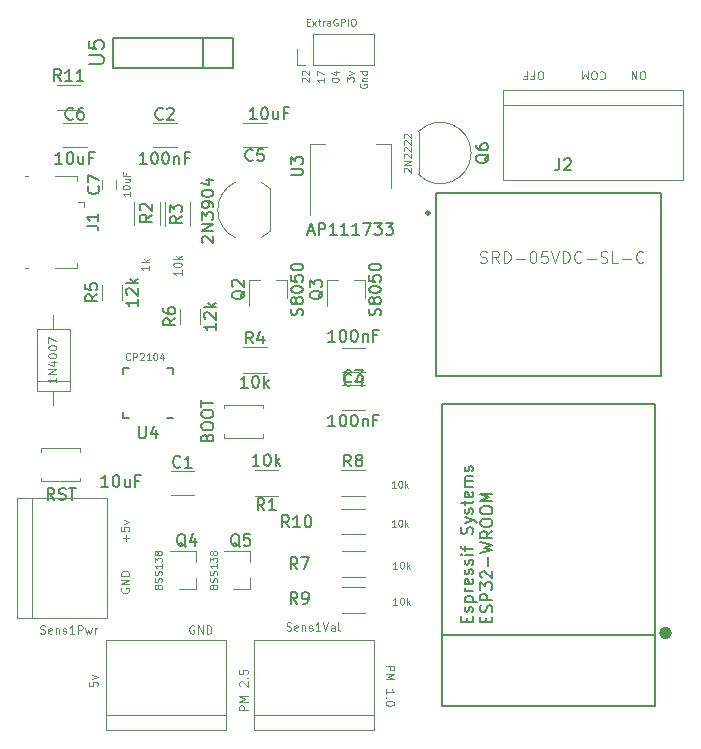
<source format=gbr>
G04 #@! TF.GenerationSoftware,KiCad,Pcbnew,(5.1.2)-1*
G04 #@! TF.CreationDate,2019-08-14T03:07:58+02:00*
G04 #@! TF.ProjectId,SmokESP8266,536d6f6b-4553-4503-9832-36362e6b6963,rev?*
G04 #@! TF.SameCoordinates,Original*
G04 #@! TF.FileFunction,Legend,Top*
G04 #@! TF.FilePolarity,Positive*
%FSLAX46Y46*%
G04 Gerber Fmt 4.6, Leading zero omitted, Abs format (unit mm)*
G04 Created by KiCad (PCBNEW (5.1.2)-1) date 2019-08-14 03:07:58*
%MOMM*%
%LPD*%
G04 APERTURE LIST*
%ADD10C,0.100000*%
%ADD11C,0.080000*%
%ADD12C,0.120000*%
%ADD13C,0.127000*%
%ADD14C,0.300000*%
%ADD15C,0.500000*%
%ADD16C,0.150000*%
%ADD17C,0.050000*%
%ADD18C,0.203200*%
G04 APERTURE END LIST*
D10*
X94462666Y-122840000D02*
X94396000Y-122806666D01*
X94296000Y-122806666D01*
X94196000Y-122840000D01*
X94129333Y-122906666D01*
X94096000Y-122973333D01*
X94062666Y-123106666D01*
X94062666Y-123206666D01*
X94096000Y-123340000D01*
X94129333Y-123406666D01*
X94196000Y-123473333D01*
X94296000Y-123506666D01*
X94362666Y-123506666D01*
X94462666Y-123473333D01*
X94496000Y-123440000D01*
X94496000Y-123206666D01*
X94362666Y-123206666D01*
X94796000Y-123506666D02*
X94796000Y-122806666D01*
X95196000Y-123506666D01*
X95196000Y-122806666D01*
X95529333Y-123506666D02*
X95529333Y-122806666D01*
X95696000Y-122806666D01*
X95796000Y-122840000D01*
X95862666Y-122906666D01*
X95896000Y-122973333D01*
X95929333Y-123106666D01*
X95929333Y-123206666D01*
X95896000Y-123340000D01*
X95862666Y-123406666D01*
X95796000Y-123473333D01*
X95696000Y-123506666D01*
X95529333Y-123506666D01*
X85595666Y-127608000D02*
X85595666Y-127941333D01*
X85929000Y-127974666D01*
X85895666Y-127941333D01*
X85862333Y-127874666D01*
X85862333Y-127708000D01*
X85895666Y-127641333D01*
X85929000Y-127608000D01*
X85995666Y-127574666D01*
X86162333Y-127574666D01*
X86229000Y-127608000D01*
X86262333Y-127641333D01*
X86295666Y-127708000D01*
X86295666Y-127874666D01*
X86262333Y-127941333D01*
X86229000Y-127974666D01*
X85829000Y-127341333D02*
X86295666Y-127174666D01*
X85829000Y-127008000D01*
D11*
X108539000Y-76966714D02*
X108510428Y-77023857D01*
X108510428Y-77109571D01*
X108539000Y-77195285D01*
X108596142Y-77252428D01*
X108653285Y-77281000D01*
X108767571Y-77309571D01*
X108853285Y-77309571D01*
X108967571Y-77281000D01*
X109024714Y-77252428D01*
X109081857Y-77195285D01*
X109110428Y-77109571D01*
X109110428Y-77052428D01*
X109081857Y-76966714D01*
X109053285Y-76938142D01*
X108853285Y-76938142D01*
X108853285Y-77052428D01*
X108710428Y-76681000D02*
X109110428Y-76681000D01*
X108767571Y-76681000D02*
X108739000Y-76652428D01*
X108710428Y-76595285D01*
X108710428Y-76509571D01*
X108739000Y-76452428D01*
X108796142Y-76423857D01*
X109110428Y-76423857D01*
X109110428Y-75881000D02*
X108510428Y-75881000D01*
X109081857Y-75881000D02*
X109110428Y-75938142D01*
X109110428Y-76052428D01*
X109081857Y-76109571D01*
X109053285Y-76138142D01*
X108996142Y-76166714D01*
X108824714Y-76166714D01*
X108767571Y-76138142D01*
X108739000Y-76109571D01*
X108710428Y-76052428D01*
X108710428Y-75938142D01*
X108739000Y-75881000D01*
X107367428Y-76755571D02*
X107367428Y-76384142D01*
X107596000Y-76584142D01*
X107596000Y-76498428D01*
X107624571Y-76441285D01*
X107653142Y-76412714D01*
X107710285Y-76384142D01*
X107853142Y-76384142D01*
X107910285Y-76412714D01*
X107938857Y-76441285D01*
X107967428Y-76498428D01*
X107967428Y-76669857D01*
X107938857Y-76727000D01*
X107910285Y-76755571D01*
X107567428Y-76184142D02*
X107967428Y-76041285D01*
X107567428Y-75898428D01*
X106097428Y-76641285D02*
X106097428Y-76584142D01*
X106126000Y-76527000D01*
X106154571Y-76498428D01*
X106211714Y-76469857D01*
X106326000Y-76441285D01*
X106468857Y-76441285D01*
X106583142Y-76469857D01*
X106640285Y-76498428D01*
X106668857Y-76527000D01*
X106697428Y-76584142D01*
X106697428Y-76641285D01*
X106668857Y-76698428D01*
X106640285Y-76727000D01*
X106583142Y-76755571D01*
X106468857Y-76784142D01*
X106326000Y-76784142D01*
X106211714Y-76755571D01*
X106154571Y-76727000D01*
X106126000Y-76698428D01*
X106097428Y-76641285D01*
X106297428Y-75927000D02*
X106697428Y-75927000D01*
X106068857Y-76069857D02*
X106497428Y-76212714D01*
X106497428Y-75841285D01*
X105427428Y-76441285D02*
X105427428Y-76784142D01*
X105427428Y-76612714D02*
X104827428Y-76612714D01*
X104913142Y-76669857D01*
X104970285Y-76727000D01*
X104998857Y-76784142D01*
X104827428Y-76241285D02*
X104827428Y-75841285D01*
X105427428Y-76098428D01*
X103614571Y-76784142D02*
X103586000Y-76755571D01*
X103557428Y-76698428D01*
X103557428Y-76555571D01*
X103586000Y-76498428D01*
X103614571Y-76469857D01*
X103671714Y-76441285D01*
X103728857Y-76441285D01*
X103814571Y-76469857D01*
X104157428Y-76812714D01*
X104157428Y-76441285D01*
X103614571Y-76212714D02*
X103586000Y-76184142D01*
X103557428Y-76127000D01*
X103557428Y-75984142D01*
X103586000Y-75927000D01*
X103614571Y-75898428D01*
X103671714Y-75869857D01*
X103728857Y-75869857D01*
X103814571Y-75898428D01*
X104157428Y-76241285D01*
X104157428Y-75869857D01*
D10*
X98995666Y-129953333D02*
X98295666Y-129953333D01*
X98295666Y-129686666D01*
X98329000Y-129620000D01*
X98362333Y-129586666D01*
X98429000Y-129553333D01*
X98529000Y-129553333D01*
X98595666Y-129586666D01*
X98629000Y-129620000D01*
X98662333Y-129686666D01*
X98662333Y-129953333D01*
X98995666Y-129253333D02*
X98295666Y-129253333D01*
X98795666Y-129020000D01*
X98295666Y-128786666D01*
X98995666Y-128786666D01*
X98362333Y-127953333D02*
X98329000Y-127920000D01*
X98295666Y-127853333D01*
X98295666Y-127686666D01*
X98329000Y-127620000D01*
X98362333Y-127586666D01*
X98429000Y-127553333D01*
X98495666Y-127553333D01*
X98595666Y-127586666D01*
X98995666Y-127986666D01*
X98995666Y-127553333D01*
X98929000Y-127253333D02*
X98962333Y-127220000D01*
X98995666Y-127253333D01*
X98962333Y-127286666D01*
X98929000Y-127253333D01*
X98995666Y-127253333D01*
X98295666Y-126586666D02*
X98295666Y-126920000D01*
X98629000Y-126953333D01*
X98595666Y-126920000D01*
X98562333Y-126853333D01*
X98562333Y-126686666D01*
X98595666Y-126620000D01*
X98629000Y-126586666D01*
X98695666Y-126553333D01*
X98862333Y-126553333D01*
X98929000Y-126586666D01*
X98962333Y-126620000D01*
X98995666Y-126686666D01*
X98995666Y-126853333D01*
X98962333Y-126920000D01*
X98929000Y-126953333D01*
X110681333Y-126205666D02*
X111381333Y-126205666D01*
X111381333Y-126472333D01*
X111348000Y-126539000D01*
X111314666Y-126572333D01*
X111248000Y-126605666D01*
X111148000Y-126605666D01*
X111081333Y-126572333D01*
X111048000Y-126539000D01*
X111014666Y-126472333D01*
X111014666Y-126205666D01*
X110681333Y-126905666D02*
X111381333Y-126905666D01*
X110881333Y-127139000D01*
X111381333Y-127372333D01*
X110681333Y-127372333D01*
X110681333Y-128605666D02*
X110681333Y-128205666D01*
X110681333Y-128405666D02*
X111381333Y-128405666D01*
X111281333Y-128339000D01*
X111214666Y-128272333D01*
X111181333Y-128205666D01*
X110748000Y-128905666D02*
X110714666Y-128939000D01*
X110681333Y-128905666D01*
X110714666Y-128872333D01*
X110748000Y-128905666D01*
X110681333Y-128905666D01*
X111381333Y-129372333D02*
X111381333Y-129439000D01*
X111348000Y-129505666D01*
X111314666Y-129539000D01*
X111248000Y-129572333D01*
X111114666Y-129605666D01*
X110948000Y-129605666D01*
X110814666Y-129572333D01*
X110748000Y-129539000D01*
X110714666Y-129505666D01*
X110681333Y-129439000D01*
X110681333Y-129372333D01*
X110714666Y-129305666D01*
X110748000Y-129272333D01*
X110814666Y-129239000D01*
X110948000Y-129205666D01*
X111114666Y-129205666D01*
X111248000Y-129239000D01*
X111314666Y-129272333D01*
X111348000Y-129305666D01*
X111381333Y-129372333D01*
X88296000Y-119659333D02*
X88262666Y-119726000D01*
X88262666Y-119826000D01*
X88296000Y-119926000D01*
X88362666Y-119992666D01*
X88429333Y-120026000D01*
X88562666Y-120059333D01*
X88662666Y-120059333D01*
X88796000Y-120026000D01*
X88862666Y-119992666D01*
X88929333Y-119926000D01*
X88962666Y-119826000D01*
X88962666Y-119759333D01*
X88929333Y-119659333D01*
X88896000Y-119626000D01*
X88662666Y-119626000D01*
X88662666Y-119759333D01*
X88962666Y-119326000D02*
X88262666Y-119326000D01*
X88962666Y-118926000D01*
X88262666Y-118926000D01*
X88962666Y-118592666D02*
X88262666Y-118592666D01*
X88262666Y-118426000D01*
X88296000Y-118326000D01*
X88362666Y-118259333D01*
X88429333Y-118226000D01*
X88562666Y-118192666D01*
X88662666Y-118192666D01*
X88796000Y-118226000D01*
X88862666Y-118259333D01*
X88929333Y-118326000D01*
X88962666Y-118426000D01*
X88962666Y-118592666D01*
X88696000Y-115674666D02*
X88696000Y-115141333D01*
X88962666Y-115408000D02*
X88429333Y-115408000D01*
X88262666Y-114474666D02*
X88262666Y-114808000D01*
X88596000Y-114841333D01*
X88562666Y-114808000D01*
X88529333Y-114741333D01*
X88529333Y-114574666D01*
X88562666Y-114508000D01*
X88596000Y-114474666D01*
X88662666Y-114441333D01*
X88829333Y-114441333D01*
X88896000Y-114474666D01*
X88929333Y-114508000D01*
X88962666Y-114574666D01*
X88962666Y-114741333D01*
X88929333Y-114808000D01*
X88896000Y-114841333D01*
X88496000Y-114208000D02*
X88962666Y-114041333D01*
X88496000Y-113874666D01*
X123856666Y-76583333D02*
X123723333Y-76583333D01*
X123656666Y-76550000D01*
X123590000Y-76483333D01*
X123556666Y-76350000D01*
X123556666Y-76116666D01*
X123590000Y-75983333D01*
X123656666Y-75916666D01*
X123723333Y-75883333D01*
X123856666Y-75883333D01*
X123923333Y-75916666D01*
X123990000Y-75983333D01*
X124023333Y-76116666D01*
X124023333Y-76350000D01*
X123990000Y-76483333D01*
X123923333Y-76550000D01*
X123856666Y-76583333D01*
X123023333Y-76250000D02*
X123256666Y-76250000D01*
X123256666Y-75883333D02*
X123256666Y-76583333D01*
X122923333Y-76583333D01*
X122423333Y-76250000D02*
X122656666Y-76250000D01*
X122656666Y-75883333D02*
X122656666Y-76583333D01*
X122323333Y-76583333D01*
X132513333Y-76583333D02*
X132380000Y-76583333D01*
X132313333Y-76550000D01*
X132246666Y-76483333D01*
X132213333Y-76350000D01*
X132213333Y-76116666D01*
X132246666Y-75983333D01*
X132313333Y-75916666D01*
X132380000Y-75883333D01*
X132513333Y-75883333D01*
X132580000Y-75916666D01*
X132646666Y-75983333D01*
X132680000Y-76116666D01*
X132680000Y-76350000D01*
X132646666Y-76483333D01*
X132580000Y-76550000D01*
X132513333Y-76583333D01*
X131913333Y-75883333D02*
X131913333Y-76583333D01*
X131513333Y-75883333D01*
X131513333Y-76583333D01*
X128820000Y-75950000D02*
X128853333Y-75916666D01*
X128953333Y-75883333D01*
X129020000Y-75883333D01*
X129120000Y-75916666D01*
X129186666Y-75983333D01*
X129220000Y-76050000D01*
X129253333Y-76183333D01*
X129253333Y-76283333D01*
X129220000Y-76416666D01*
X129186666Y-76483333D01*
X129120000Y-76550000D01*
X129020000Y-76583333D01*
X128953333Y-76583333D01*
X128853333Y-76550000D01*
X128820000Y-76516666D01*
X128386666Y-76583333D02*
X128253333Y-76583333D01*
X128186666Y-76550000D01*
X128120000Y-76483333D01*
X128086666Y-76350000D01*
X128086666Y-76116666D01*
X128120000Y-75983333D01*
X128186666Y-75916666D01*
X128253333Y-75883333D01*
X128386666Y-75883333D01*
X128453333Y-75916666D01*
X128520000Y-75983333D01*
X128553333Y-76116666D01*
X128553333Y-76350000D01*
X128520000Y-76483333D01*
X128453333Y-76550000D01*
X128386666Y-76583333D01*
X127786666Y-75883333D02*
X127786666Y-76583333D01*
X127553333Y-76083333D01*
X127320000Y-76583333D01*
X127320000Y-75883333D01*
D12*
X104286000Y-88047000D02*
X104286000Y-82037000D01*
X111106000Y-85797000D02*
X111106000Y-82037000D01*
X104286000Y-82037000D02*
X105546000Y-82037000D01*
X111106000Y-82037000D02*
X109846000Y-82037000D01*
X135890000Y-77470000D02*
X120650000Y-77470000D01*
X135890000Y-85090000D02*
X120650000Y-85090000D01*
X135890000Y-78740000D02*
X120650000Y-78740000D01*
X120650000Y-77470000D02*
X120650000Y-85090000D01*
X135890000Y-77470000D02*
X135890000Y-85090000D01*
D13*
X114910000Y-101730000D02*
X114910000Y-86230000D01*
X114910000Y-86230000D02*
X134010000Y-86230000D01*
X134010000Y-86230000D02*
X134010000Y-101730000D01*
X134010000Y-101730000D02*
X114910000Y-101730000D01*
D14*
X114360000Y-87861000D02*
G75*
G03X114360000Y-87861000I-100000J0D01*
G01*
D12*
X89404800Y-88934800D02*
X89404800Y-86934800D01*
X91544800Y-86934800D02*
X91544800Y-88934800D01*
X94135600Y-86953600D02*
X94135600Y-88953600D01*
X91995600Y-88953600D02*
X91995600Y-86953600D01*
X81140000Y-102150000D02*
X83960000Y-102150000D01*
X82550000Y-96530000D02*
X82550000Y-97670000D01*
X82550000Y-104130000D02*
X82550000Y-102990000D01*
X81140000Y-97670000D02*
X81140000Y-102990000D01*
X83960000Y-97670000D02*
X81140000Y-97670000D01*
X83960000Y-102990000D02*
X83960000Y-97670000D01*
X81140000Y-102990000D02*
X83960000Y-102990000D01*
X100182795Y-85305816D02*
G75*
G02X100910000Y-85830000I-1122795J-2324184D01*
G01*
X97961193Y-85273600D02*
G75*
G03X96460000Y-87630000I1098807J-2356400D01*
G01*
X97961193Y-89986400D02*
G75*
G02X96460000Y-87630000I1098807J2356400D01*
G01*
X100182795Y-89954184D02*
G75*
G03X100910000Y-89430000I-1122795J2324184D01*
G01*
X100910000Y-89430000D02*
X100910000Y-85830000D01*
X94472000Y-109724000D02*
X92472000Y-109724000D01*
X92472000Y-111764000D02*
X94472000Y-111764000D01*
X90980000Y-82300000D02*
X92980000Y-82300000D01*
X92980000Y-80260000D02*
X90980000Y-80260000D01*
X106950000Y-104525000D02*
X108950000Y-104525000D01*
X108950000Y-102485000D02*
X106950000Y-102485000D01*
X106950000Y-101350000D02*
X108950000Y-101350000D01*
X108950000Y-99310000D02*
X106950000Y-99310000D01*
X100600000Y-80260000D02*
X98600000Y-80260000D01*
X98600000Y-82300000D02*
X100600000Y-82300000D01*
X85360000Y-80260000D02*
X83360000Y-80260000D01*
X83360000Y-82300000D02*
X85360000Y-82300000D01*
X99584000Y-109674000D02*
X101584000Y-109674000D01*
X101584000Y-111814000D02*
X99584000Y-111814000D01*
X98600000Y-99260000D02*
X100600000Y-99260000D01*
X100600000Y-101400000D02*
X98600000Y-101400000D01*
X81535000Y-110320000D02*
X81535000Y-110620000D01*
X81535000Y-110620000D02*
X84835000Y-110620000D01*
X84835000Y-110620000D02*
X84835000Y-110320000D01*
X81535000Y-108120000D02*
X81535000Y-107820000D01*
X81535000Y-107820000D02*
X84835000Y-107820000D01*
X84835000Y-107820000D02*
X84835000Y-108120000D01*
X100329000Y-104137000D02*
X100329000Y-104437000D01*
X97029000Y-104137000D02*
X100329000Y-104137000D01*
X97029000Y-104437000D02*
X97029000Y-104137000D01*
X100329000Y-106937000D02*
X100329000Y-106637000D01*
X97029000Y-106937000D02*
X100329000Y-106937000D01*
X97029000Y-106637000D02*
X97029000Y-106937000D01*
D15*
X134649981Y-123444000D02*
G75*
G03X134649981Y-123444000I-283981J0D01*
G01*
D16*
X115460000Y-123590000D02*
X133460000Y-123590000D01*
X133460000Y-129590000D02*
X133460000Y-104090000D01*
X115460000Y-129590000D02*
X115460000Y-104090000D01*
X115460000Y-104090000D02*
X133460000Y-104090000D01*
X115460000Y-129590000D02*
X133460000Y-129590000D01*
D12*
X109728000Y-130429000D02*
X99568000Y-130429000D01*
X109728000Y-131699000D02*
X109728000Y-124079000D01*
X109728000Y-124079000D02*
X99568000Y-124079000D01*
X99568000Y-124079000D02*
X99568000Y-131699000D01*
X99568000Y-131699000D02*
X109728000Y-131699000D01*
X79502000Y-112014000D02*
X79502000Y-122174000D01*
X87122000Y-112014000D02*
X79502000Y-112014000D01*
X87122000Y-122174000D02*
X87122000Y-112014000D01*
X79502000Y-122174000D02*
X87122000Y-122174000D01*
X80772000Y-122174000D02*
X80772000Y-112014000D01*
X85115000Y-86946000D02*
X84665000Y-86946000D01*
X85115000Y-86946000D02*
X85115000Y-87396000D01*
X84565000Y-92546000D02*
X84565000Y-92096000D01*
X82715000Y-92546000D02*
X84565000Y-92546000D01*
X80165000Y-84746000D02*
X80415000Y-84746000D01*
X80165000Y-92546000D02*
X80415000Y-92546000D01*
X82715000Y-84746000D02*
X84565000Y-84746000D01*
X84565000Y-84746000D02*
X84565000Y-85196000D01*
X103191000Y-75371000D02*
X103191000Y-74041000D01*
X103886000Y-75371000D02*
X103191000Y-75371000D01*
X104521000Y-72711000D02*
X104521000Y-75371000D01*
X109661000Y-72711000D02*
X104521000Y-72711000D01*
X109661000Y-75371000D02*
X109661000Y-72711000D01*
X104521000Y-75371000D02*
X109661000Y-75371000D01*
X87849000Y-85121000D02*
X87849000Y-85821000D01*
X86649000Y-85821000D02*
X86649000Y-85121000D01*
X102291000Y-93601000D02*
X101361000Y-93601000D01*
X99131000Y-93601000D02*
X100061000Y-93601000D01*
X99131000Y-93601000D02*
X99131000Y-95761000D01*
X102291000Y-93601000D02*
X102291000Y-95061000D01*
X108895000Y-93601000D02*
X108895000Y-95061000D01*
X105735000Y-93601000D02*
X105735000Y-95761000D01*
X105735000Y-93601000D02*
X106665000Y-93601000D01*
X108895000Y-93601000D02*
X107965000Y-93601000D01*
X88383000Y-94015000D02*
X88383000Y-95215000D01*
X86623000Y-95215000D02*
X86623000Y-94015000D01*
X93227000Y-97247000D02*
X93227000Y-96047000D01*
X94987000Y-96047000D02*
X94987000Y-97247000D01*
D16*
X88401000Y-105274000D02*
X88926000Y-105274000D01*
X88401000Y-100974000D02*
X88926000Y-100974000D01*
X92701000Y-100974000D02*
X92176000Y-100974000D01*
X92701000Y-105274000D02*
X92176000Y-105274000D01*
X88401000Y-100974000D02*
X88401000Y-101499000D01*
X92701000Y-100974000D02*
X92701000Y-101499000D01*
X88401000Y-105274000D02*
X88401000Y-104749000D01*
D12*
X86995000Y-131699000D02*
X97155000Y-131699000D01*
X86995000Y-124079000D02*
X86995000Y-131699000D01*
X97155000Y-124079000D02*
X86995000Y-124079000D01*
X97155000Y-131699000D02*
X97155000Y-124079000D01*
X97155000Y-130429000D02*
X86995000Y-130429000D01*
X94613000Y-119690000D02*
X93153000Y-119690000D01*
X94613000Y-116530000D02*
X92453000Y-116530000D01*
X94613000Y-116530000D02*
X94613000Y-117460000D01*
X94613000Y-119690000D02*
X94613000Y-118760000D01*
X99185000Y-119690000D02*
X99185000Y-118760000D01*
X99185000Y-116530000D02*
X99185000Y-117460000D01*
X99185000Y-116530000D02*
X97025000Y-116530000D01*
X99185000Y-119690000D02*
X97725000Y-119690000D01*
X108950000Y-118672000D02*
X106950000Y-118672000D01*
X106950000Y-116532000D02*
X108950000Y-116532000D01*
X106916000Y-109666000D02*
X108916000Y-109666000D01*
X108916000Y-111806000D02*
X106916000Y-111806000D01*
X108950000Y-121720000D02*
X106950000Y-121720000D01*
X106950000Y-119580000D02*
X108950000Y-119580000D01*
X106916000Y-112926000D02*
X108916000Y-112926000D01*
X108916000Y-115066000D02*
X106916000Y-115066000D01*
X82820000Y-77035000D02*
X84820000Y-77035000D01*
X84820000Y-79175000D02*
X82820000Y-79175000D01*
D16*
X97798000Y-73033000D02*
X95258000Y-73033000D01*
X97798000Y-75573000D02*
X97798000Y-73033000D01*
X95258000Y-75573000D02*
X95258000Y-73033000D01*
X87638000Y-73033000D02*
X87638000Y-75573000D01*
X97798000Y-75573000D02*
X95258000Y-75573000D01*
X95258000Y-75573000D02*
X87638000Y-75573000D01*
X95258000Y-73033000D02*
X87638000Y-73033000D01*
D12*
X113477522Y-84642478D02*
G75*
G03X117916000Y-82804000I1838478J1838478D01*
G01*
X113477522Y-80965522D02*
G75*
G02X117916000Y-82804000I1838478J-1838478D01*
G01*
X113466000Y-81004000D02*
X113466000Y-84604000D01*
D16*
X102648380Y-84708904D02*
X103457904Y-84708904D01*
X103553142Y-84661285D01*
X103600761Y-84613666D01*
X103648380Y-84518428D01*
X103648380Y-84327952D01*
X103600761Y-84232714D01*
X103553142Y-84185095D01*
X103457904Y-84137476D01*
X102648380Y-84137476D01*
X102648380Y-83756523D02*
X102648380Y-83137476D01*
X103029333Y-83470809D01*
X103029333Y-83327952D01*
X103076952Y-83232714D01*
X103124571Y-83185095D01*
X103219809Y-83137476D01*
X103457904Y-83137476D01*
X103553142Y-83185095D01*
X103600761Y-83232714D01*
X103648380Y-83327952D01*
X103648380Y-83613666D01*
X103600761Y-83708904D01*
X103553142Y-83756523D01*
X104100761Y-89447666D02*
X104576952Y-89447666D01*
X104005523Y-89733380D02*
X104338857Y-88733380D01*
X104672190Y-89733380D01*
X105005523Y-89733380D02*
X105005523Y-88733380D01*
X105386476Y-88733380D01*
X105481714Y-88781000D01*
X105529333Y-88828619D01*
X105576952Y-88923857D01*
X105576952Y-89066714D01*
X105529333Y-89161952D01*
X105481714Y-89209571D01*
X105386476Y-89257190D01*
X105005523Y-89257190D01*
X106529333Y-89733380D02*
X105957904Y-89733380D01*
X106243619Y-89733380D02*
X106243619Y-88733380D01*
X106148380Y-88876238D01*
X106053142Y-88971476D01*
X105957904Y-89019095D01*
X107481714Y-89733380D02*
X106910285Y-89733380D01*
X107196000Y-89733380D02*
X107196000Y-88733380D01*
X107100761Y-88876238D01*
X107005523Y-88971476D01*
X106910285Y-89019095D01*
X108434095Y-89733380D02*
X107862666Y-89733380D01*
X108148380Y-89733380D02*
X108148380Y-88733380D01*
X108053142Y-88876238D01*
X107957904Y-88971476D01*
X107862666Y-89019095D01*
X108767428Y-88733380D02*
X109434095Y-88733380D01*
X109005523Y-89733380D01*
X109719809Y-88733380D02*
X110338857Y-88733380D01*
X110005523Y-89114333D01*
X110148380Y-89114333D01*
X110243619Y-89161952D01*
X110291238Y-89209571D01*
X110338857Y-89304809D01*
X110338857Y-89542904D01*
X110291238Y-89638142D01*
X110243619Y-89685761D01*
X110148380Y-89733380D01*
X109862666Y-89733380D01*
X109767428Y-89685761D01*
X109719809Y-89638142D01*
X110672190Y-88733380D02*
X111291238Y-88733380D01*
X110957904Y-89114333D01*
X111100761Y-89114333D01*
X111196000Y-89161952D01*
X111243619Y-89209571D01*
X111291238Y-89304809D01*
X111291238Y-89542904D01*
X111243619Y-89638142D01*
X111196000Y-89685761D01*
X111100761Y-89733380D01*
X110815047Y-89733380D01*
X110719809Y-89685761D01*
X110672190Y-89638142D01*
X125371266Y-83272380D02*
X125371266Y-83986666D01*
X125323647Y-84129523D01*
X125228409Y-84224761D01*
X125085552Y-84272380D01*
X124990314Y-84272380D01*
X125799838Y-83367619D02*
X125847457Y-83320000D01*
X125942695Y-83272380D01*
X126180790Y-83272380D01*
X126276028Y-83320000D01*
X126323647Y-83367619D01*
X126371266Y-83462857D01*
X126371266Y-83558095D01*
X126323647Y-83700952D01*
X125752219Y-84272380D01*
X126371266Y-84272380D01*
D17*
X118685496Y-92074886D02*
X118828398Y-92122520D01*
X119066567Y-92122520D01*
X119161834Y-92074886D01*
X119209468Y-92027252D01*
X119257102Y-91931984D01*
X119257102Y-91836717D01*
X119209468Y-91741449D01*
X119161834Y-91693815D01*
X119066567Y-91646182D01*
X118876031Y-91598548D01*
X118780764Y-91550914D01*
X118733130Y-91503280D01*
X118685496Y-91408013D01*
X118685496Y-91312745D01*
X118733130Y-91217477D01*
X118780764Y-91169844D01*
X118876031Y-91122210D01*
X119114200Y-91122210D01*
X119257102Y-91169844D01*
X120257412Y-92122520D02*
X119923975Y-91646182D01*
X119685806Y-92122520D02*
X119685806Y-91122210D01*
X120066877Y-91122210D01*
X120162144Y-91169844D01*
X120209778Y-91217477D01*
X120257412Y-91312745D01*
X120257412Y-91455646D01*
X120209778Y-91550914D01*
X120162144Y-91598548D01*
X120066877Y-91646182D01*
X119685806Y-91646182D01*
X120686116Y-92122520D02*
X120686116Y-91122210D01*
X120924285Y-91122210D01*
X121067187Y-91169844D01*
X121162454Y-91265111D01*
X121210088Y-91360379D01*
X121257722Y-91550914D01*
X121257722Y-91693815D01*
X121210088Y-91884351D01*
X121162454Y-91979618D01*
X121067187Y-92074886D01*
X120924285Y-92122520D01*
X120686116Y-92122520D01*
X121686426Y-91741449D02*
X122448567Y-91741449D01*
X123115440Y-91122210D02*
X123210708Y-91122210D01*
X123305976Y-91169844D01*
X123353609Y-91217477D01*
X123401243Y-91312745D01*
X123448877Y-91503280D01*
X123448877Y-91741449D01*
X123401243Y-91931984D01*
X123353609Y-92027252D01*
X123305976Y-92074886D01*
X123210708Y-92122520D01*
X123115440Y-92122520D01*
X123020173Y-92074886D01*
X122972539Y-92027252D01*
X122924905Y-91931984D01*
X122877271Y-91741449D01*
X122877271Y-91503280D01*
X122924905Y-91312745D01*
X122972539Y-91217477D01*
X123020173Y-91169844D01*
X123115440Y-91122210D01*
X124353919Y-91122210D02*
X123877581Y-91122210D01*
X123829948Y-91598548D01*
X123877581Y-91550914D01*
X123972849Y-91503280D01*
X124211018Y-91503280D01*
X124306286Y-91550914D01*
X124353919Y-91598548D01*
X124401553Y-91693815D01*
X124401553Y-91931984D01*
X124353919Y-92027252D01*
X124306286Y-92074886D01*
X124211018Y-92122520D01*
X123972849Y-92122520D01*
X123877581Y-92074886D01*
X123829948Y-92027252D01*
X124687356Y-91122210D02*
X125020793Y-92122520D01*
X125354229Y-91122210D01*
X125687666Y-92122520D02*
X125687666Y-91122210D01*
X125925835Y-91122210D01*
X126068737Y-91169844D01*
X126164004Y-91265111D01*
X126211638Y-91360379D01*
X126259272Y-91550914D01*
X126259272Y-91693815D01*
X126211638Y-91884351D01*
X126164004Y-91979618D01*
X126068737Y-92074886D01*
X125925835Y-92122520D01*
X125687666Y-92122520D01*
X127259582Y-92027252D02*
X127211948Y-92074886D01*
X127069047Y-92122520D01*
X126973779Y-92122520D01*
X126830878Y-92074886D01*
X126735610Y-91979618D01*
X126687976Y-91884351D01*
X126640342Y-91693815D01*
X126640342Y-91550914D01*
X126687976Y-91360379D01*
X126735610Y-91265111D01*
X126830878Y-91169844D01*
X126973779Y-91122210D01*
X127069047Y-91122210D01*
X127211948Y-91169844D01*
X127259582Y-91217477D01*
X127688286Y-91741449D02*
X128450427Y-91741449D01*
X128879131Y-92074886D02*
X129022033Y-92122520D01*
X129260202Y-92122520D01*
X129355469Y-92074886D01*
X129403103Y-92027252D01*
X129450737Y-91931984D01*
X129450737Y-91836717D01*
X129403103Y-91741449D01*
X129355469Y-91693815D01*
X129260202Y-91646182D01*
X129069667Y-91598548D01*
X128974399Y-91550914D01*
X128926765Y-91503280D01*
X128879131Y-91408013D01*
X128879131Y-91312745D01*
X128926765Y-91217477D01*
X128974399Y-91169844D01*
X129069667Y-91122210D01*
X129307836Y-91122210D01*
X129450737Y-91169844D01*
X130355779Y-92122520D02*
X129879441Y-92122520D01*
X129879441Y-91122210D01*
X130689216Y-91741449D02*
X131451357Y-91741449D01*
X132499301Y-92027252D02*
X132451667Y-92074886D01*
X132308766Y-92122520D01*
X132213498Y-92122520D01*
X132070597Y-92074886D01*
X131975329Y-91979618D01*
X131927695Y-91884351D01*
X131880061Y-91693815D01*
X131880061Y-91550914D01*
X131927695Y-91360379D01*
X131975329Y-91265111D01*
X132070597Y-91169844D01*
X132213498Y-91122210D01*
X132308766Y-91122210D01*
X132451667Y-91169844D01*
X132499301Y-91217477D01*
D16*
X90876380Y-88050666D02*
X90400190Y-88384000D01*
X90876380Y-88622095D02*
X89876380Y-88622095D01*
X89876380Y-88241142D01*
X89924000Y-88145904D01*
X89971619Y-88098285D01*
X90066857Y-88050666D01*
X90209714Y-88050666D01*
X90304952Y-88098285D01*
X90352571Y-88145904D01*
X90400190Y-88241142D01*
X90400190Y-88622095D01*
X89971619Y-87669714D02*
X89924000Y-87622095D01*
X89876380Y-87526857D01*
X89876380Y-87288761D01*
X89924000Y-87193523D01*
X89971619Y-87145904D01*
X90066857Y-87098285D01*
X90162095Y-87098285D01*
X90304952Y-87145904D01*
X90876380Y-87717333D01*
X90876380Y-87098285D01*
D10*
X90677166Y-92348833D02*
X90677166Y-92748833D01*
X90677166Y-92548833D02*
X89977166Y-92548833D01*
X90077166Y-92615500D01*
X90143833Y-92682166D01*
X90177166Y-92748833D01*
X90677166Y-92048833D02*
X89977166Y-92048833D01*
X90410500Y-91982166D02*
X90677166Y-91782166D01*
X90210500Y-91782166D02*
X90477166Y-92048833D01*
D16*
X93416380Y-88177666D02*
X92940190Y-88511000D01*
X93416380Y-88749095D02*
X92416380Y-88749095D01*
X92416380Y-88368142D01*
X92464000Y-88272904D01*
X92511619Y-88225285D01*
X92606857Y-88177666D01*
X92749714Y-88177666D01*
X92844952Y-88225285D01*
X92892571Y-88272904D01*
X92940190Y-88368142D01*
X92940190Y-88749095D01*
X92416380Y-87844333D02*
X92416380Y-87225285D01*
X92797333Y-87558619D01*
X92797333Y-87415761D01*
X92844952Y-87320523D01*
X92892571Y-87272904D01*
X92987809Y-87225285D01*
X93225904Y-87225285D01*
X93321142Y-87272904D01*
X93368761Y-87320523D01*
X93416380Y-87415761D01*
X93416380Y-87701476D01*
X93368761Y-87796714D01*
X93321142Y-87844333D01*
D10*
X93407666Y-92745666D02*
X93407666Y-93145666D01*
X93407666Y-92945666D02*
X92707666Y-92945666D01*
X92807666Y-93012333D01*
X92874333Y-93079000D01*
X92907666Y-93145666D01*
X92707666Y-92312333D02*
X92707666Y-92245666D01*
X92741000Y-92179000D01*
X92774333Y-92145666D01*
X92841000Y-92112333D01*
X92974333Y-92079000D01*
X93141000Y-92079000D01*
X93274333Y-92112333D01*
X93341000Y-92145666D01*
X93374333Y-92179000D01*
X93407666Y-92245666D01*
X93407666Y-92312333D01*
X93374333Y-92379000D01*
X93341000Y-92412333D01*
X93274333Y-92445666D01*
X93141000Y-92479000D01*
X92974333Y-92479000D01*
X92841000Y-92445666D01*
X92774333Y-92412333D01*
X92741000Y-92379000D01*
X92707666Y-92312333D01*
X93407666Y-91779000D02*
X92707666Y-91779000D01*
X93141000Y-91712333D02*
X93407666Y-91512333D01*
X92941000Y-91512333D02*
X93207666Y-91779000D01*
X82803166Y-101830000D02*
X82803166Y-102230000D01*
X82803166Y-102030000D02*
X82103166Y-102030000D01*
X82203166Y-102096666D01*
X82269833Y-102163333D01*
X82303166Y-102230000D01*
X82803166Y-101530000D02*
X82103166Y-101530000D01*
X82803166Y-101130000D01*
X82103166Y-101130000D01*
X82336500Y-100496666D02*
X82803166Y-100496666D01*
X82069833Y-100663333D02*
X82569833Y-100830000D01*
X82569833Y-100396666D01*
X82103166Y-99996666D02*
X82103166Y-99930000D01*
X82136500Y-99863333D01*
X82169833Y-99830000D01*
X82236500Y-99796666D01*
X82369833Y-99763333D01*
X82536500Y-99763333D01*
X82669833Y-99796666D01*
X82736500Y-99830000D01*
X82769833Y-99863333D01*
X82803166Y-99930000D01*
X82803166Y-99996666D01*
X82769833Y-100063333D01*
X82736500Y-100096666D01*
X82669833Y-100130000D01*
X82536500Y-100163333D01*
X82369833Y-100163333D01*
X82236500Y-100130000D01*
X82169833Y-100096666D01*
X82136500Y-100063333D01*
X82103166Y-99996666D01*
X82103166Y-99330000D02*
X82103166Y-99263333D01*
X82136500Y-99196666D01*
X82169833Y-99163333D01*
X82236500Y-99130000D01*
X82369833Y-99096666D01*
X82536500Y-99096666D01*
X82669833Y-99130000D01*
X82736500Y-99163333D01*
X82769833Y-99196666D01*
X82803166Y-99263333D01*
X82803166Y-99330000D01*
X82769833Y-99396666D01*
X82736500Y-99430000D01*
X82669833Y-99463333D01*
X82536500Y-99496666D01*
X82369833Y-99496666D01*
X82236500Y-99463333D01*
X82169833Y-99430000D01*
X82136500Y-99396666D01*
X82103166Y-99330000D01*
X82103166Y-98863333D02*
X82103166Y-98396666D01*
X82803166Y-98696666D01*
D16*
X95191319Y-90407785D02*
X95143700Y-90360166D01*
X95096080Y-90264928D01*
X95096080Y-90026833D01*
X95143700Y-89931595D01*
X95191319Y-89883976D01*
X95286557Y-89836357D01*
X95381795Y-89836357D01*
X95524652Y-89883976D01*
X96096080Y-90455404D01*
X96096080Y-89836357D01*
X96096080Y-89407785D02*
X95096080Y-89407785D01*
X96096080Y-88836357D01*
X95096080Y-88836357D01*
X95096080Y-88455404D02*
X95096080Y-87836357D01*
X95477033Y-88169690D01*
X95477033Y-88026833D01*
X95524652Y-87931595D01*
X95572271Y-87883976D01*
X95667509Y-87836357D01*
X95905604Y-87836357D01*
X96000842Y-87883976D01*
X96048461Y-87931595D01*
X96096080Y-88026833D01*
X96096080Y-88312547D01*
X96048461Y-88407785D01*
X96000842Y-88455404D01*
X96096080Y-87360166D02*
X96096080Y-87169690D01*
X96048461Y-87074452D01*
X96000842Y-87026833D01*
X95857985Y-86931595D01*
X95667509Y-86883976D01*
X95286557Y-86883976D01*
X95191319Y-86931595D01*
X95143700Y-86979214D01*
X95096080Y-87074452D01*
X95096080Y-87264928D01*
X95143700Y-87360166D01*
X95191319Y-87407785D01*
X95286557Y-87455404D01*
X95524652Y-87455404D01*
X95619890Y-87407785D01*
X95667509Y-87360166D01*
X95715128Y-87264928D01*
X95715128Y-87074452D01*
X95667509Y-86979214D01*
X95619890Y-86931595D01*
X95524652Y-86883976D01*
X95096080Y-86264928D02*
X95096080Y-86169690D01*
X95143700Y-86074452D01*
X95191319Y-86026833D01*
X95286557Y-85979214D01*
X95477033Y-85931595D01*
X95715128Y-85931595D01*
X95905604Y-85979214D01*
X96000842Y-86026833D01*
X96048461Y-86074452D01*
X96096080Y-86169690D01*
X96096080Y-86264928D01*
X96048461Y-86360166D01*
X96000842Y-86407785D01*
X95905604Y-86455404D01*
X95715128Y-86503023D01*
X95477033Y-86503023D01*
X95286557Y-86455404D01*
X95191319Y-86407785D01*
X95143700Y-86360166D01*
X95096080Y-86264928D01*
X95429414Y-85074452D02*
X96096080Y-85074452D01*
X95048461Y-85312547D02*
X95762747Y-85550642D01*
X95762747Y-84931595D01*
X93305333Y-109351142D02*
X93257714Y-109398761D01*
X93114857Y-109446380D01*
X93019619Y-109446380D01*
X92876761Y-109398761D01*
X92781523Y-109303523D01*
X92733904Y-109208285D01*
X92686285Y-109017809D01*
X92686285Y-108874952D01*
X92733904Y-108684476D01*
X92781523Y-108589238D01*
X92876761Y-108494000D01*
X93019619Y-108446380D01*
X93114857Y-108446380D01*
X93257714Y-108494000D01*
X93305333Y-108541619D01*
X94257714Y-109446380D02*
X93686285Y-109446380D01*
X93972000Y-109446380D02*
X93972000Y-108446380D01*
X93876761Y-108589238D01*
X93781523Y-108684476D01*
X93686285Y-108732095D01*
X87193571Y-111069380D02*
X86622142Y-111069380D01*
X86907857Y-111069380D02*
X86907857Y-110069380D01*
X86812619Y-110212238D01*
X86717380Y-110307476D01*
X86622142Y-110355095D01*
X87812619Y-110069380D02*
X87907857Y-110069380D01*
X88003095Y-110117000D01*
X88050714Y-110164619D01*
X88098333Y-110259857D01*
X88145952Y-110450333D01*
X88145952Y-110688428D01*
X88098333Y-110878904D01*
X88050714Y-110974142D01*
X88003095Y-111021761D01*
X87907857Y-111069380D01*
X87812619Y-111069380D01*
X87717380Y-111021761D01*
X87669761Y-110974142D01*
X87622142Y-110878904D01*
X87574523Y-110688428D01*
X87574523Y-110450333D01*
X87622142Y-110259857D01*
X87669761Y-110164619D01*
X87717380Y-110117000D01*
X87812619Y-110069380D01*
X89003095Y-110402714D02*
X89003095Y-111069380D01*
X88574523Y-110402714D02*
X88574523Y-110926523D01*
X88622142Y-111021761D01*
X88717380Y-111069380D01*
X88860238Y-111069380D01*
X88955476Y-111021761D01*
X89003095Y-110974142D01*
X89812619Y-110545571D02*
X89479285Y-110545571D01*
X89479285Y-111069380D02*
X89479285Y-110069380D01*
X89955476Y-110069380D01*
X91813333Y-79887142D02*
X91765714Y-79934761D01*
X91622857Y-79982380D01*
X91527619Y-79982380D01*
X91384761Y-79934761D01*
X91289523Y-79839523D01*
X91241904Y-79744285D01*
X91194285Y-79553809D01*
X91194285Y-79410952D01*
X91241904Y-79220476D01*
X91289523Y-79125238D01*
X91384761Y-79030000D01*
X91527619Y-78982380D01*
X91622857Y-78982380D01*
X91765714Y-79030000D01*
X91813333Y-79077619D01*
X92194285Y-79077619D02*
X92241904Y-79030000D01*
X92337142Y-78982380D01*
X92575238Y-78982380D01*
X92670476Y-79030000D01*
X92718095Y-79077619D01*
X92765714Y-79172857D01*
X92765714Y-79268095D01*
X92718095Y-79410952D01*
X92146666Y-79982380D01*
X92765714Y-79982380D01*
X90432380Y-83732380D02*
X89860952Y-83732380D01*
X90146666Y-83732380D02*
X90146666Y-82732380D01*
X90051428Y-82875238D01*
X89956190Y-82970476D01*
X89860952Y-83018095D01*
X91051428Y-82732380D02*
X91146666Y-82732380D01*
X91241904Y-82780000D01*
X91289523Y-82827619D01*
X91337142Y-82922857D01*
X91384761Y-83113333D01*
X91384761Y-83351428D01*
X91337142Y-83541904D01*
X91289523Y-83637142D01*
X91241904Y-83684761D01*
X91146666Y-83732380D01*
X91051428Y-83732380D01*
X90956190Y-83684761D01*
X90908571Y-83637142D01*
X90860952Y-83541904D01*
X90813333Y-83351428D01*
X90813333Y-83113333D01*
X90860952Y-82922857D01*
X90908571Y-82827619D01*
X90956190Y-82780000D01*
X91051428Y-82732380D01*
X92003809Y-82732380D02*
X92099047Y-82732380D01*
X92194285Y-82780000D01*
X92241904Y-82827619D01*
X92289523Y-82922857D01*
X92337142Y-83113333D01*
X92337142Y-83351428D01*
X92289523Y-83541904D01*
X92241904Y-83637142D01*
X92194285Y-83684761D01*
X92099047Y-83732380D01*
X92003809Y-83732380D01*
X91908571Y-83684761D01*
X91860952Y-83637142D01*
X91813333Y-83541904D01*
X91765714Y-83351428D01*
X91765714Y-83113333D01*
X91813333Y-82922857D01*
X91860952Y-82827619D01*
X91908571Y-82780000D01*
X92003809Y-82732380D01*
X92765714Y-83065714D02*
X92765714Y-83732380D01*
X92765714Y-83160952D02*
X92813333Y-83113333D01*
X92908571Y-83065714D01*
X93051428Y-83065714D01*
X93146666Y-83113333D01*
X93194285Y-83208571D01*
X93194285Y-83732380D01*
X94003809Y-83208571D02*
X93670476Y-83208571D01*
X93670476Y-83732380D02*
X93670476Y-82732380D01*
X94146666Y-82732380D01*
X107783333Y-102112142D02*
X107735714Y-102159761D01*
X107592857Y-102207380D01*
X107497619Y-102207380D01*
X107354761Y-102159761D01*
X107259523Y-102064523D01*
X107211904Y-101969285D01*
X107164285Y-101778809D01*
X107164285Y-101635952D01*
X107211904Y-101445476D01*
X107259523Y-101350238D01*
X107354761Y-101255000D01*
X107497619Y-101207380D01*
X107592857Y-101207380D01*
X107735714Y-101255000D01*
X107783333Y-101302619D01*
X108116666Y-101207380D02*
X108735714Y-101207380D01*
X108402380Y-101588333D01*
X108545238Y-101588333D01*
X108640476Y-101635952D01*
X108688095Y-101683571D01*
X108735714Y-101778809D01*
X108735714Y-102016904D01*
X108688095Y-102112142D01*
X108640476Y-102159761D01*
X108545238Y-102207380D01*
X108259523Y-102207380D01*
X108164285Y-102159761D01*
X108116666Y-102112142D01*
X106402380Y-105957380D02*
X105830952Y-105957380D01*
X106116666Y-105957380D02*
X106116666Y-104957380D01*
X106021428Y-105100238D01*
X105926190Y-105195476D01*
X105830952Y-105243095D01*
X107021428Y-104957380D02*
X107116666Y-104957380D01*
X107211904Y-105005000D01*
X107259523Y-105052619D01*
X107307142Y-105147857D01*
X107354761Y-105338333D01*
X107354761Y-105576428D01*
X107307142Y-105766904D01*
X107259523Y-105862142D01*
X107211904Y-105909761D01*
X107116666Y-105957380D01*
X107021428Y-105957380D01*
X106926190Y-105909761D01*
X106878571Y-105862142D01*
X106830952Y-105766904D01*
X106783333Y-105576428D01*
X106783333Y-105338333D01*
X106830952Y-105147857D01*
X106878571Y-105052619D01*
X106926190Y-105005000D01*
X107021428Y-104957380D01*
X107973809Y-104957380D02*
X108069047Y-104957380D01*
X108164285Y-105005000D01*
X108211904Y-105052619D01*
X108259523Y-105147857D01*
X108307142Y-105338333D01*
X108307142Y-105576428D01*
X108259523Y-105766904D01*
X108211904Y-105862142D01*
X108164285Y-105909761D01*
X108069047Y-105957380D01*
X107973809Y-105957380D01*
X107878571Y-105909761D01*
X107830952Y-105862142D01*
X107783333Y-105766904D01*
X107735714Y-105576428D01*
X107735714Y-105338333D01*
X107783333Y-105147857D01*
X107830952Y-105052619D01*
X107878571Y-105005000D01*
X107973809Y-104957380D01*
X108735714Y-105290714D02*
X108735714Y-105957380D01*
X108735714Y-105385952D02*
X108783333Y-105338333D01*
X108878571Y-105290714D01*
X109021428Y-105290714D01*
X109116666Y-105338333D01*
X109164285Y-105433571D01*
X109164285Y-105957380D01*
X109973809Y-105433571D02*
X109640476Y-105433571D01*
X109640476Y-105957380D02*
X109640476Y-104957380D01*
X110116666Y-104957380D01*
X107783333Y-102437142D02*
X107735714Y-102484761D01*
X107592857Y-102532380D01*
X107497619Y-102532380D01*
X107354761Y-102484761D01*
X107259523Y-102389523D01*
X107211904Y-102294285D01*
X107164285Y-102103809D01*
X107164285Y-101960952D01*
X107211904Y-101770476D01*
X107259523Y-101675238D01*
X107354761Y-101580000D01*
X107497619Y-101532380D01*
X107592857Y-101532380D01*
X107735714Y-101580000D01*
X107783333Y-101627619D01*
X108640476Y-101865714D02*
X108640476Y-102532380D01*
X108402380Y-101484761D02*
X108164285Y-102199047D01*
X108783333Y-102199047D01*
X106402380Y-98782380D02*
X105830952Y-98782380D01*
X106116666Y-98782380D02*
X106116666Y-97782380D01*
X106021428Y-97925238D01*
X105926190Y-98020476D01*
X105830952Y-98068095D01*
X107021428Y-97782380D02*
X107116666Y-97782380D01*
X107211904Y-97830000D01*
X107259523Y-97877619D01*
X107307142Y-97972857D01*
X107354761Y-98163333D01*
X107354761Y-98401428D01*
X107307142Y-98591904D01*
X107259523Y-98687142D01*
X107211904Y-98734761D01*
X107116666Y-98782380D01*
X107021428Y-98782380D01*
X106926190Y-98734761D01*
X106878571Y-98687142D01*
X106830952Y-98591904D01*
X106783333Y-98401428D01*
X106783333Y-98163333D01*
X106830952Y-97972857D01*
X106878571Y-97877619D01*
X106926190Y-97830000D01*
X107021428Y-97782380D01*
X107973809Y-97782380D02*
X108069047Y-97782380D01*
X108164285Y-97830000D01*
X108211904Y-97877619D01*
X108259523Y-97972857D01*
X108307142Y-98163333D01*
X108307142Y-98401428D01*
X108259523Y-98591904D01*
X108211904Y-98687142D01*
X108164285Y-98734761D01*
X108069047Y-98782380D01*
X107973809Y-98782380D01*
X107878571Y-98734761D01*
X107830952Y-98687142D01*
X107783333Y-98591904D01*
X107735714Y-98401428D01*
X107735714Y-98163333D01*
X107783333Y-97972857D01*
X107830952Y-97877619D01*
X107878571Y-97830000D01*
X107973809Y-97782380D01*
X108735714Y-98115714D02*
X108735714Y-98782380D01*
X108735714Y-98210952D02*
X108783333Y-98163333D01*
X108878571Y-98115714D01*
X109021428Y-98115714D01*
X109116666Y-98163333D01*
X109164285Y-98258571D01*
X109164285Y-98782380D01*
X109973809Y-98258571D02*
X109640476Y-98258571D01*
X109640476Y-98782380D02*
X109640476Y-97782380D01*
X110116666Y-97782380D01*
X99433333Y-83387142D02*
X99385714Y-83434761D01*
X99242857Y-83482380D01*
X99147619Y-83482380D01*
X99004761Y-83434761D01*
X98909523Y-83339523D01*
X98861904Y-83244285D01*
X98814285Y-83053809D01*
X98814285Y-82910952D01*
X98861904Y-82720476D01*
X98909523Y-82625238D01*
X99004761Y-82530000D01*
X99147619Y-82482380D01*
X99242857Y-82482380D01*
X99385714Y-82530000D01*
X99433333Y-82577619D01*
X100338095Y-82482380D02*
X99861904Y-82482380D01*
X99814285Y-82958571D01*
X99861904Y-82910952D01*
X99957142Y-82863333D01*
X100195238Y-82863333D01*
X100290476Y-82910952D01*
X100338095Y-82958571D01*
X100385714Y-83053809D01*
X100385714Y-83291904D01*
X100338095Y-83387142D01*
X100290476Y-83434761D01*
X100195238Y-83482380D01*
X99957142Y-83482380D01*
X99861904Y-83434761D01*
X99814285Y-83387142D01*
X99766571Y-79954380D02*
X99195142Y-79954380D01*
X99480857Y-79954380D02*
X99480857Y-78954380D01*
X99385619Y-79097238D01*
X99290380Y-79192476D01*
X99195142Y-79240095D01*
X100385619Y-78954380D02*
X100480857Y-78954380D01*
X100576095Y-79002000D01*
X100623714Y-79049619D01*
X100671333Y-79144857D01*
X100718952Y-79335333D01*
X100718952Y-79573428D01*
X100671333Y-79763904D01*
X100623714Y-79859142D01*
X100576095Y-79906761D01*
X100480857Y-79954380D01*
X100385619Y-79954380D01*
X100290380Y-79906761D01*
X100242761Y-79859142D01*
X100195142Y-79763904D01*
X100147523Y-79573428D01*
X100147523Y-79335333D01*
X100195142Y-79144857D01*
X100242761Y-79049619D01*
X100290380Y-79002000D01*
X100385619Y-78954380D01*
X101576095Y-79287714D02*
X101576095Y-79954380D01*
X101147523Y-79287714D02*
X101147523Y-79811523D01*
X101195142Y-79906761D01*
X101290380Y-79954380D01*
X101433238Y-79954380D01*
X101528476Y-79906761D01*
X101576095Y-79859142D01*
X102385619Y-79430571D02*
X102052285Y-79430571D01*
X102052285Y-79954380D02*
X102052285Y-78954380D01*
X102528476Y-78954380D01*
X84193333Y-79887142D02*
X84145714Y-79934761D01*
X84002857Y-79982380D01*
X83907619Y-79982380D01*
X83764761Y-79934761D01*
X83669523Y-79839523D01*
X83621904Y-79744285D01*
X83574285Y-79553809D01*
X83574285Y-79410952D01*
X83621904Y-79220476D01*
X83669523Y-79125238D01*
X83764761Y-79030000D01*
X83907619Y-78982380D01*
X84002857Y-78982380D01*
X84145714Y-79030000D01*
X84193333Y-79077619D01*
X85050476Y-78982380D02*
X84860000Y-78982380D01*
X84764761Y-79030000D01*
X84717142Y-79077619D01*
X84621904Y-79220476D01*
X84574285Y-79410952D01*
X84574285Y-79791904D01*
X84621904Y-79887142D01*
X84669523Y-79934761D01*
X84764761Y-79982380D01*
X84955238Y-79982380D01*
X85050476Y-79934761D01*
X85098095Y-79887142D01*
X85145714Y-79791904D01*
X85145714Y-79553809D01*
X85098095Y-79458571D01*
X85050476Y-79410952D01*
X84955238Y-79363333D01*
X84764761Y-79363333D01*
X84669523Y-79410952D01*
X84621904Y-79458571D01*
X84574285Y-79553809D01*
X83288571Y-83732380D02*
X82717142Y-83732380D01*
X83002857Y-83732380D02*
X83002857Y-82732380D01*
X82907619Y-82875238D01*
X82812380Y-82970476D01*
X82717142Y-83018095D01*
X83907619Y-82732380D02*
X84002857Y-82732380D01*
X84098095Y-82780000D01*
X84145714Y-82827619D01*
X84193333Y-82922857D01*
X84240952Y-83113333D01*
X84240952Y-83351428D01*
X84193333Y-83541904D01*
X84145714Y-83637142D01*
X84098095Y-83684761D01*
X84002857Y-83732380D01*
X83907619Y-83732380D01*
X83812380Y-83684761D01*
X83764761Y-83637142D01*
X83717142Y-83541904D01*
X83669523Y-83351428D01*
X83669523Y-83113333D01*
X83717142Y-82922857D01*
X83764761Y-82827619D01*
X83812380Y-82780000D01*
X83907619Y-82732380D01*
X85098095Y-83065714D02*
X85098095Y-83732380D01*
X84669523Y-83065714D02*
X84669523Y-83589523D01*
X84717142Y-83684761D01*
X84812380Y-83732380D01*
X84955238Y-83732380D01*
X85050476Y-83684761D01*
X85098095Y-83637142D01*
X85907619Y-83208571D02*
X85574285Y-83208571D01*
X85574285Y-83732380D02*
X85574285Y-82732380D01*
X86050476Y-82732380D01*
X100417333Y-113046380D02*
X100084000Y-112570190D01*
X99845904Y-113046380D02*
X99845904Y-112046380D01*
X100226857Y-112046380D01*
X100322095Y-112094000D01*
X100369714Y-112141619D01*
X100417333Y-112236857D01*
X100417333Y-112379714D01*
X100369714Y-112474952D01*
X100322095Y-112522571D01*
X100226857Y-112570190D01*
X99845904Y-112570190D01*
X101369714Y-113046380D02*
X100798285Y-113046380D01*
X101084000Y-113046380D02*
X101084000Y-112046380D01*
X100988761Y-112189238D01*
X100893523Y-112284476D01*
X100798285Y-112332095D01*
X99988761Y-109296380D02*
X99417333Y-109296380D01*
X99703047Y-109296380D02*
X99703047Y-108296380D01*
X99607809Y-108439238D01*
X99512571Y-108534476D01*
X99417333Y-108582095D01*
X100607809Y-108296380D02*
X100703047Y-108296380D01*
X100798285Y-108344000D01*
X100845904Y-108391619D01*
X100893523Y-108486857D01*
X100941142Y-108677333D01*
X100941142Y-108915428D01*
X100893523Y-109105904D01*
X100845904Y-109201142D01*
X100798285Y-109248761D01*
X100703047Y-109296380D01*
X100607809Y-109296380D01*
X100512571Y-109248761D01*
X100464952Y-109201142D01*
X100417333Y-109105904D01*
X100369714Y-108915428D01*
X100369714Y-108677333D01*
X100417333Y-108486857D01*
X100464952Y-108391619D01*
X100512571Y-108344000D01*
X100607809Y-108296380D01*
X101369714Y-109296380D02*
X101369714Y-108296380D01*
X101464952Y-108915428D02*
X101750666Y-109296380D01*
X101750666Y-108629714D02*
X101369714Y-109010666D01*
X99433333Y-98932380D02*
X99100000Y-98456190D01*
X98861904Y-98932380D02*
X98861904Y-97932380D01*
X99242857Y-97932380D01*
X99338095Y-97980000D01*
X99385714Y-98027619D01*
X99433333Y-98122857D01*
X99433333Y-98265714D01*
X99385714Y-98360952D01*
X99338095Y-98408571D01*
X99242857Y-98456190D01*
X98861904Y-98456190D01*
X100290476Y-98265714D02*
X100290476Y-98932380D01*
X100052380Y-97884761D02*
X99814285Y-98599047D01*
X100433333Y-98599047D01*
X99004761Y-102682380D02*
X98433333Y-102682380D01*
X98719047Y-102682380D02*
X98719047Y-101682380D01*
X98623809Y-101825238D01*
X98528571Y-101920476D01*
X98433333Y-101968095D01*
X99623809Y-101682380D02*
X99719047Y-101682380D01*
X99814285Y-101730000D01*
X99861904Y-101777619D01*
X99909523Y-101872857D01*
X99957142Y-102063333D01*
X99957142Y-102301428D01*
X99909523Y-102491904D01*
X99861904Y-102587142D01*
X99814285Y-102634761D01*
X99719047Y-102682380D01*
X99623809Y-102682380D01*
X99528571Y-102634761D01*
X99480952Y-102587142D01*
X99433333Y-102491904D01*
X99385714Y-102301428D01*
X99385714Y-102063333D01*
X99433333Y-101872857D01*
X99480952Y-101777619D01*
X99528571Y-101730000D01*
X99623809Y-101682380D01*
X100385714Y-102682380D02*
X100385714Y-101682380D01*
X100480952Y-102301428D02*
X100766666Y-102682380D01*
X100766666Y-102015714D02*
X100385714Y-102396666D01*
X82637380Y-112172380D02*
X82304047Y-111696190D01*
X82065952Y-112172380D02*
X82065952Y-111172380D01*
X82446904Y-111172380D01*
X82542142Y-111220000D01*
X82589761Y-111267619D01*
X82637380Y-111362857D01*
X82637380Y-111505714D01*
X82589761Y-111600952D01*
X82542142Y-111648571D01*
X82446904Y-111696190D01*
X82065952Y-111696190D01*
X83018333Y-112124761D02*
X83161190Y-112172380D01*
X83399285Y-112172380D01*
X83494523Y-112124761D01*
X83542142Y-112077142D01*
X83589761Y-111981904D01*
X83589761Y-111886666D01*
X83542142Y-111791428D01*
X83494523Y-111743809D01*
X83399285Y-111696190D01*
X83208809Y-111648571D01*
X83113571Y-111600952D01*
X83065952Y-111553333D01*
X83018333Y-111458095D01*
X83018333Y-111362857D01*
X83065952Y-111267619D01*
X83113571Y-111220000D01*
X83208809Y-111172380D01*
X83446904Y-111172380D01*
X83589761Y-111220000D01*
X83875476Y-111172380D02*
X84446904Y-111172380D01*
X84161190Y-112172380D02*
X84161190Y-111172380D01*
X95559571Y-106894142D02*
X95607190Y-106751285D01*
X95654809Y-106703666D01*
X95750047Y-106656047D01*
X95892904Y-106656047D01*
X95988142Y-106703666D01*
X96035761Y-106751285D01*
X96083380Y-106846523D01*
X96083380Y-107227476D01*
X95083380Y-107227476D01*
X95083380Y-106894142D01*
X95131000Y-106798904D01*
X95178619Y-106751285D01*
X95273857Y-106703666D01*
X95369095Y-106703666D01*
X95464333Y-106751285D01*
X95511952Y-106798904D01*
X95559571Y-106894142D01*
X95559571Y-107227476D01*
X95083380Y-106037000D02*
X95083380Y-105846523D01*
X95131000Y-105751285D01*
X95226238Y-105656047D01*
X95416714Y-105608428D01*
X95750047Y-105608428D01*
X95940523Y-105656047D01*
X96035761Y-105751285D01*
X96083380Y-105846523D01*
X96083380Y-106037000D01*
X96035761Y-106132238D01*
X95940523Y-106227476D01*
X95750047Y-106275095D01*
X95416714Y-106275095D01*
X95226238Y-106227476D01*
X95131000Y-106132238D01*
X95083380Y-106037000D01*
X95083380Y-104989380D02*
X95083380Y-104798904D01*
X95131000Y-104703666D01*
X95226238Y-104608428D01*
X95416714Y-104560809D01*
X95750047Y-104560809D01*
X95940523Y-104608428D01*
X96035761Y-104703666D01*
X96083380Y-104798904D01*
X96083380Y-104989380D01*
X96035761Y-105084619D01*
X95940523Y-105179857D01*
X95750047Y-105227476D01*
X95416714Y-105227476D01*
X95226238Y-105179857D01*
X95131000Y-105084619D01*
X95083380Y-104989380D01*
X95083380Y-104275095D02*
X95083380Y-103703666D01*
X96083380Y-103989380D02*
X95083380Y-103989380D01*
X117530571Y-122522428D02*
X117530571Y-122189095D01*
X118054380Y-122046238D02*
X118054380Y-122522428D01*
X117054380Y-122522428D01*
X117054380Y-122046238D01*
X118006761Y-121665285D02*
X118054380Y-121570047D01*
X118054380Y-121379571D01*
X118006761Y-121284333D01*
X117911523Y-121236714D01*
X117863904Y-121236714D01*
X117768666Y-121284333D01*
X117721047Y-121379571D01*
X117721047Y-121522428D01*
X117673428Y-121617666D01*
X117578190Y-121665285D01*
X117530571Y-121665285D01*
X117435333Y-121617666D01*
X117387714Y-121522428D01*
X117387714Y-121379571D01*
X117435333Y-121284333D01*
X117387714Y-120808142D02*
X118387714Y-120808142D01*
X117435333Y-120808142D02*
X117387714Y-120712904D01*
X117387714Y-120522428D01*
X117435333Y-120427190D01*
X117482952Y-120379571D01*
X117578190Y-120331952D01*
X117863904Y-120331952D01*
X117959142Y-120379571D01*
X118006761Y-120427190D01*
X118054380Y-120522428D01*
X118054380Y-120712904D01*
X118006761Y-120808142D01*
X118054380Y-119903380D02*
X117387714Y-119903380D01*
X117578190Y-119903380D02*
X117482952Y-119855761D01*
X117435333Y-119808142D01*
X117387714Y-119712904D01*
X117387714Y-119617666D01*
X118006761Y-118903380D02*
X118054380Y-118998619D01*
X118054380Y-119189095D01*
X118006761Y-119284333D01*
X117911523Y-119331952D01*
X117530571Y-119331952D01*
X117435333Y-119284333D01*
X117387714Y-119189095D01*
X117387714Y-118998619D01*
X117435333Y-118903380D01*
X117530571Y-118855761D01*
X117625809Y-118855761D01*
X117721047Y-119331952D01*
X118006761Y-118474809D02*
X118054380Y-118379571D01*
X118054380Y-118189095D01*
X118006761Y-118093857D01*
X117911523Y-118046238D01*
X117863904Y-118046238D01*
X117768666Y-118093857D01*
X117721047Y-118189095D01*
X117721047Y-118331952D01*
X117673428Y-118427190D01*
X117578190Y-118474809D01*
X117530571Y-118474809D01*
X117435333Y-118427190D01*
X117387714Y-118331952D01*
X117387714Y-118189095D01*
X117435333Y-118093857D01*
X118006761Y-117665285D02*
X118054380Y-117570047D01*
X118054380Y-117379571D01*
X118006761Y-117284333D01*
X117911523Y-117236714D01*
X117863904Y-117236714D01*
X117768666Y-117284333D01*
X117721047Y-117379571D01*
X117721047Y-117522428D01*
X117673428Y-117617666D01*
X117578190Y-117665285D01*
X117530571Y-117665285D01*
X117435333Y-117617666D01*
X117387714Y-117522428D01*
X117387714Y-117379571D01*
X117435333Y-117284333D01*
X118054380Y-116808142D02*
X117387714Y-116808142D01*
X117054380Y-116808142D02*
X117102000Y-116855761D01*
X117149619Y-116808142D01*
X117102000Y-116760523D01*
X117054380Y-116808142D01*
X117149619Y-116808142D01*
X117387714Y-116474809D02*
X117387714Y-116093857D01*
X118054380Y-116331952D02*
X117197238Y-116331952D01*
X117102000Y-116284333D01*
X117054380Y-116189095D01*
X117054380Y-116093857D01*
X118006761Y-115046238D02*
X118054380Y-114903380D01*
X118054380Y-114665285D01*
X118006761Y-114570047D01*
X117959142Y-114522428D01*
X117863904Y-114474809D01*
X117768666Y-114474809D01*
X117673428Y-114522428D01*
X117625809Y-114570047D01*
X117578190Y-114665285D01*
X117530571Y-114855761D01*
X117482952Y-114951000D01*
X117435333Y-114998619D01*
X117340095Y-115046238D01*
X117244857Y-115046238D01*
X117149619Y-114998619D01*
X117102000Y-114951000D01*
X117054380Y-114855761D01*
X117054380Y-114617666D01*
X117102000Y-114474809D01*
X117387714Y-114141476D02*
X118054380Y-113903380D01*
X117387714Y-113665285D02*
X118054380Y-113903380D01*
X118292476Y-113998619D01*
X118340095Y-114046238D01*
X118387714Y-114141476D01*
X118006761Y-113331952D02*
X118054380Y-113236714D01*
X118054380Y-113046238D01*
X118006761Y-112951000D01*
X117911523Y-112903380D01*
X117863904Y-112903380D01*
X117768666Y-112951000D01*
X117721047Y-113046238D01*
X117721047Y-113189095D01*
X117673428Y-113284333D01*
X117578190Y-113331952D01*
X117530571Y-113331952D01*
X117435333Y-113284333D01*
X117387714Y-113189095D01*
X117387714Y-113046238D01*
X117435333Y-112951000D01*
X117387714Y-112617666D02*
X117387714Y-112236714D01*
X117054380Y-112474809D02*
X117911523Y-112474809D01*
X118006761Y-112427190D01*
X118054380Y-112331952D01*
X118054380Y-112236714D01*
X118006761Y-111522428D02*
X118054380Y-111617666D01*
X118054380Y-111808142D01*
X118006761Y-111903380D01*
X117911523Y-111951000D01*
X117530571Y-111951000D01*
X117435333Y-111903380D01*
X117387714Y-111808142D01*
X117387714Y-111617666D01*
X117435333Y-111522428D01*
X117530571Y-111474809D01*
X117625809Y-111474809D01*
X117721047Y-111951000D01*
X118054380Y-111046238D02*
X117387714Y-111046238D01*
X117482952Y-111046238D02*
X117435333Y-110998619D01*
X117387714Y-110903380D01*
X117387714Y-110760523D01*
X117435333Y-110665285D01*
X117530571Y-110617666D01*
X118054380Y-110617666D01*
X117530571Y-110617666D02*
X117435333Y-110570047D01*
X117387714Y-110474809D01*
X117387714Y-110331952D01*
X117435333Y-110236714D01*
X117530571Y-110189095D01*
X118054380Y-110189095D01*
X118006761Y-109760523D02*
X118054380Y-109665285D01*
X118054380Y-109474809D01*
X118006761Y-109379571D01*
X117911523Y-109331952D01*
X117863904Y-109331952D01*
X117768666Y-109379571D01*
X117721047Y-109474809D01*
X117721047Y-109617666D01*
X117673428Y-109712904D01*
X117578190Y-109760523D01*
X117530571Y-109760523D01*
X117435333Y-109712904D01*
X117387714Y-109617666D01*
X117387714Y-109474809D01*
X117435333Y-109379571D01*
X119181571Y-122546380D02*
X119181571Y-122213047D01*
X119705380Y-122070190D02*
X119705380Y-122546380D01*
X118705380Y-122546380D01*
X118705380Y-122070190D01*
X119657761Y-121689238D02*
X119705380Y-121546380D01*
X119705380Y-121308285D01*
X119657761Y-121213047D01*
X119610142Y-121165428D01*
X119514904Y-121117809D01*
X119419666Y-121117809D01*
X119324428Y-121165428D01*
X119276809Y-121213047D01*
X119229190Y-121308285D01*
X119181571Y-121498761D01*
X119133952Y-121594000D01*
X119086333Y-121641619D01*
X118991095Y-121689238D01*
X118895857Y-121689238D01*
X118800619Y-121641619D01*
X118753000Y-121594000D01*
X118705380Y-121498761D01*
X118705380Y-121260666D01*
X118753000Y-121117809D01*
X119705380Y-120689238D02*
X118705380Y-120689238D01*
X118705380Y-120308285D01*
X118753000Y-120213047D01*
X118800619Y-120165428D01*
X118895857Y-120117809D01*
X119038714Y-120117809D01*
X119133952Y-120165428D01*
X119181571Y-120213047D01*
X119229190Y-120308285D01*
X119229190Y-120689238D01*
X118705380Y-119784476D02*
X118705380Y-119165428D01*
X119086333Y-119498761D01*
X119086333Y-119355904D01*
X119133952Y-119260666D01*
X119181571Y-119213047D01*
X119276809Y-119165428D01*
X119514904Y-119165428D01*
X119610142Y-119213047D01*
X119657761Y-119260666D01*
X119705380Y-119355904D01*
X119705380Y-119641619D01*
X119657761Y-119736857D01*
X119610142Y-119784476D01*
X118800619Y-118784476D02*
X118753000Y-118736857D01*
X118705380Y-118641619D01*
X118705380Y-118403523D01*
X118753000Y-118308285D01*
X118800619Y-118260666D01*
X118895857Y-118213047D01*
X118991095Y-118213047D01*
X119133952Y-118260666D01*
X119705380Y-118832095D01*
X119705380Y-118213047D01*
X119324428Y-117784476D02*
X119324428Y-117022571D01*
X118705380Y-116641619D02*
X119705380Y-116403523D01*
X118991095Y-116213047D01*
X119705380Y-116022571D01*
X118705380Y-115784476D01*
X119705380Y-114832095D02*
X119229190Y-115165428D01*
X119705380Y-115403523D02*
X118705380Y-115403523D01*
X118705380Y-115022571D01*
X118753000Y-114927333D01*
X118800619Y-114879714D01*
X118895857Y-114832095D01*
X119038714Y-114832095D01*
X119133952Y-114879714D01*
X119181571Y-114927333D01*
X119229190Y-115022571D01*
X119229190Y-115403523D01*
X118705380Y-114213047D02*
X118705380Y-114022571D01*
X118753000Y-113927333D01*
X118848238Y-113832095D01*
X119038714Y-113784476D01*
X119372047Y-113784476D01*
X119562523Y-113832095D01*
X119657761Y-113927333D01*
X119705380Y-114022571D01*
X119705380Y-114213047D01*
X119657761Y-114308285D01*
X119562523Y-114403523D01*
X119372047Y-114451142D01*
X119038714Y-114451142D01*
X118848238Y-114403523D01*
X118753000Y-114308285D01*
X118705380Y-114213047D01*
X118705380Y-113165428D02*
X118705380Y-112974952D01*
X118753000Y-112879714D01*
X118848238Y-112784476D01*
X119038714Y-112736857D01*
X119372047Y-112736857D01*
X119562523Y-112784476D01*
X119657761Y-112879714D01*
X119705380Y-112974952D01*
X119705380Y-113165428D01*
X119657761Y-113260666D01*
X119562523Y-113355904D01*
X119372047Y-113403523D01*
X119038714Y-113403523D01*
X118848238Y-113355904D01*
X118753000Y-113260666D01*
X118705380Y-113165428D01*
X119705380Y-112308285D02*
X118705380Y-112308285D01*
X119419666Y-111974952D01*
X118705380Y-111641619D01*
X119705380Y-111641619D01*
D10*
X102287666Y-123219333D02*
X102387666Y-123252666D01*
X102554333Y-123252666D01*
X102621000Y-123219333D01*
X102654333Y-123186000D01*
X102687666Y-123119333D01*
X102687666Y-123052666D01*
X102654333Y-122986000D01*
X102621000Y-122952666D01*
X102554333Y-122919333D01*
X102421000Y-122886000D01*
X102354333Y-122852666D01*
X102321000Y-122819333D01*
X102287666Y-122752666D01*
X102287666Y-122686000D01*
X102321000Y-122619333D01*
X102354333Y-122586000D01*
X102421000Y-122552666D01*
X102587666Y-122552666D01*
X102687666Y-122586000D01*
X103254333Y-123219333D02*
X103187666Y-123252666D01*
X103054333Y-123252666D01*
X102987666Y-123219333D01*
X102954333Y-123152666D01*
X102954333Y-122886000D01*
X102987666Y-122819333D01*
X103054333Y-122786000D01*
X103187666Y-122786000D01*
X103254333Y-122819333D01*
X103287666Y-122886000D01*
X103287666Y-122952666D01*
X102954333Y-123019333D01*
X103587666Y-122786000D02*
X103587666Y-123252666D01*
X103587666Y-122852666D02*
X103621000Y-122819333D01*
X103687666Y-122786000D01*
X103787666Y-122786000D01*
X103854333Y-122819333D01*
X103887666Y-122886000D01*
X103887666Y-123252666D01*
X104187666Y-123219333D02*
X104254333Y-123252666D01*
X104387666Y-123252666D01*
X104454333Y-123219333D01*
X104487666Y-123152666D01*
X104487666Y-123119333D01*
X104454333Y-123052666D01*
X104387666Y-123019333D01*
X104287666Y-123019333D01*
X104221000Y-122986000D01*
X104187666Y-122919333D01*
X104187666Y-122886000D01*
X104221000Y-122819333D01*
X104287666Y-122786000D01*
X104387666Y-122786000D01*
X104454333Y-122819333D01*
X105154333Y-123252666D02*
X104754333Y-123252666D01*
X104954333Y-123252666D02*
X104954333Y-122552666D01*
X104887666Y-122652666D01*
X104821000Y-122719333D01*
X104754333Y-122752666D01*
X105354333Y-122552666D02*
X105587666Y-123252666D01*
X105821000Y-122552666D01*
X106354333Y-123252666D02*
X106354333Y-122886000D01*
X106321000Y-122819333D01*
X106254333Y-122786000D01*
X106121000Y-122786000D01*
X106054333Y-122819333D01*
X106354333Y-123219333D02*
X106287666Y-123252666D01*
X106121000Y-123252666D01*
X106054333Y-123219333D01*
X106021000Y-123152666D01*
X106021000Y-123086000D01*
X106054333Y-123019333D01*
X106121000Y-122986000D01*
X106287666Y-122986000D01*
X106354333Y-122952666D01*
X106787666Y-123252666D02*
X106721000Y-123219333D01*
X106687666Y-123152666D01*
X106687666Y-122552666D01*
X81453333Y-123473333D02*
X81553333Y-123506666D01*
X81720000Y-123506666D01*
X81786666Y-123473333D01*
X81820000Y-123440000D01*
X81853333Y-123373333D01*
X81853333Y-123306666D01*
X81820000Y-123240000D01*
X81786666Y-123206666D01*
X81720000Y-123173333D01*
X81586666Y-123140000D01*
X81520000Y-123106666D01*
X81486666Y-123073333D01*
X81453333Y-123006666D01*
X81453333Y-122940000D01*
X81486666Y-122873333D01*
X81520000Y-122840000D01*
X81586666Y-122806666D01*
X81753333Y-122806666D01*
X81853333Y-122840000D01*
X82420000Y-123473333D02*
X82353333Y-123506666D01*
X82220000Y-123506666D01*
X82153333Y-123473333D01*
X82120000Y-123406666D01*
X82120000Y-123140000D01*
X82153333Y-123073333D01*
X82220000Y-123040000D01*
X82353333Y-123040000D01*
X82420000Y-123073333D01*
X82453333Y-123140000D01*
X82453333Y-123206666D01*
X82120000Y-123273333D01*
X82753333Y-123040000D02*
X82753333Y-123506666D01*
X82753333Y-123106666D02*
X82786666Y-123073333D01*
X82853333Y-123040000D01*
X82953333Y-123040000D01*
X83020000Y-123073333D01*
X83053333Y-123140000D01*
X83053333Y-123506666D01*
X83353333Y-123473333D02*
X83420000Y-123506666D01*
X83553333Y-123506666D01*
X83620000Y-123473333D01*
X83653333Y-123406666D01*
X83653333Y-123373333D01*
X83620000Y-123306666D01*
X83553333Y-123273333D01*
X83453333Y-123273333D01*
X83386666Y-123240000D01*
X83353333Y-123173333D01*
X83353333Y-123140000D01*
X83386666Y-123073333D01*
X83453333Y-123040000D01*
X83553333Y-123040000D01*
X83620000Y-123073333D01*
X84320000Y-123506666D02*
X83920000Y-123506666D01*
X84120000Y-123506666D02*
X84120000Y-122806666D01*
X84053333Y-122906666D01*
X83986666Y-122973333D01*
X83920000Y-123006666D01*
X84620000Y-123506666D02*
X84620000Y-122806666D01*
X84886666Y-122806666D01*
X84953333Y-122840000D01*
X84986666Y-122873333D01*
X85020000Y-122940000D01*
X85020000Y-123040000D01*
X84986666Y-123106666D01*
X84953333Y-123140000D01*
X84886666Y-123173333D01*
X84620000Y-123173333D01*
X85253333Y-123040000D02*
X85386666Y-123506666D01*
X85520000Y-123173333D01*
X85653333Y-123506666D01*
X85786666Y-123040000D01*
X86053333Y-123506666D02*
X86053333Y-123040000D01*
X86053333Y-123173333D02*
X86086666Y-123106666D01*
X86120000Y-123073333D01*
X86186666Y-123040000D01*
X86253333Y-123040000D01*
D16*
X85367380Y-88979333D02*
X86081666Y-88979333D01*
X86224523Y-89026952D01*
X86319761Y-89122190D01*
X86367380Y-89265047D01*
X86367380Y-89360285D01*
X86367380Y-87979333D02*
X86367380Y-88550761D01*
X86367380Y-88265047D02*
X85367380Y-88265047D01*
X85510238Y-88360285D01*
X85605476Y-88455523D01*
X85653095Y-88550761D01*
D11*
X103987857Y-71712142D02*
X104187857Y-71712142D01*
X104273571Y-72026428D02*
X103987857Y-72026428D01*
X103987857Y-71426428D01*
X104273571Y-71426428D01*
X104473571Y-72026428D02*
X104787857Y-71626428D01*
X104473571Y-71626428D02*
X104787857Y-72026428D01*
X104930714Y-71626428D02*
X105159285Y-71626428D01*
X105016428Y-71426428D02*
X105016428Y-71940714D01*
X105045000Y-71997857D01*
X105102142Y-72026428D01*
X105159285Y-72026428D01*
X105359285Y-72026428D02*
X105359285Y-71626428D01*
X105359285Y-71740714D02*
X105387857Y-71683571D01*
X105416428Y-71655000D01*
X105473571Y-71626428D01*
X105530714Y-71626428D01*
X105987857Y-72026428D02*
X105987857Y-71712142D01*
X105959285Y-71655000D01*
X105902142Y-71626428D01*
X105787857Y-71626428D01*
X105730714Y-71655000D01*
X105987857Y-71997857D02*
X105930714Y-72026428D01*
X105787857Y-72026428D01*
X105730714Y-71997857D01*
X105702142Y-71940714D01*
X105702142Y-71883571D01*
X105730714Y-71826428D01*
X105787857Y-71797857D01*
X105930714Y-71797857D01*
X105987857Y-71769285D01*
X106587857Y-71455000D02*
X106530714Y-71426428D01*
X106445000Y-71426428D01*
X106359285Y-71455000D01*
X106302142Y-71512142D01*
X106273571Y-71569285D01*
X106245000Y-71683571D01*
X106245000Y-71769285D01*
X106273571Y-71883571D01*
X106302142Y-71940714D01*
X106359285Y-71997857D01*
X106445000Y-72026428D01*
X106502142Y-72026428D01*
X106587857Y-71997857D01*
X106616428Y-71969285D01*
X106616428Y-71769285D01*
X106502142Y-71769285D01*
X106873571Y-72026428D02*
X106873571Y-71426428D01*
X107102142Y-71426428D01*
X107159285Y-71455000D01*
X107187857Y-71483571D01*
X107216428Y-71540714D01*
X107216428Y-71626428D01*
X107187857Y-71683571D01*
X107159285Y-71712142D01*
X107102142Y-71740714D01*
X106873571Y-71740714D01*
X107473571Y-72026428D02*
X107473571Y-71426428D01*
X107873571Y-71426428D02*
X107987857Y-71426428D01*
X108045000Y-71455000D01*
X108102142Y-71512142D01*
X108130714Y-71626428D01*
X108130714Y-71826428D01*
X108102142Y-71940714D01*
X108045000Y-71997857D01*
X107987857Y-72026428D01*
X107873571Y-72026428D01*
X107816428Y-71997857D01*
X107759285Y-71940714D01*
X107730714Y-71826428D01*
X107730714Y-71626428D01*
X107759285Y-71512142D01*
X107816428Y-71455000D01*
X107873571Y-71426428D01*
D16*
X86356142Y-85637666D02*
X86403761Y-85685285D01*
X86451380Y-85828142D01*
X86451380Y-85923380D01*
X86403761Y-86066238D01*
X86308523Y-86161476D01*
X86213285Y-86209095D01*
X86022809Y-86256714D01*
X85879952Y-86256714D01*
X85689476Y-86209095D01*
X85594238Y-86161476D01*
X85499000Y-86066238D01*
X85451380Y-85923380D01*
X85451380Y-85828142D01*
X85499000Y-85685285D01*
X85546619Y-85637666D01*
X85451380Y-85304333D02*
X85451380Y-84637666D01*
X86451380Y-85066238D01*
D10*
X89020428Y-86113857D02*
X89020428Y-86456714D01*
X89020428Y-86285285D02*
X88420428Y-86285285D01*
X88506142Y-86342428D01*
X88563285Y-86399571D01*
X88591857Y-86456714D01*
X88420428Y-85742428D02*
X88420428Y-85685285D01*
X88449000Y-85628142D01*
X88477571Y-85599571D01*
X88534714Y-85571000D01*
X88649000Y-85542428D01*
X88791857Y-85542428D01*
X88906142Y-85571000D01*
X88963285Y-85599571D01*
X88991857Y-85628142D01*
X89020428Y-85685285D01*
X89020428Y-85742428D01*
X88991857Y-85799571D01*
X88963285Y-85828142D01*
X88906142Y-85856714D01*
X88791857Y-85885285D01*
X88649000Y-85885285D01*
X88534714Y-85856714D01*
X88477571Y-85828142D01*
X88449000Y-85799571D01*
X88420428Y-85742428D01*
X88620428Y-85028142D02*
X89020428Y-85028142D01*
X88620428Y-85285285D02*
X88934714Y-85285285D01*
X88991857Y-85256714D01*
X89020428Y-85199571D01*
X89020428Y-85113857D01*
X88991857Y-85056714D01*
X88963285Y-85028142D01*
X88706142Y-84542428D02*
X88706142Y-84742428D01*
X89020428Y-84742428D02*
X88420428Y-84742428D01*
X88420428Y-84456714D01*
D16*
X98758619Y-94456238D02*
X98711000Y-94551476D01*
X98615761Y-94646714D01*
X98472904Y-94789571D01*
X98425285Y-94884809D01*
X98425285Y-94980047D01*
X98663380Y-94932428D02*
X98615761Y-95027666D01*
X98520523Y-95122904D01*
X98330047Y-95170523D01*
X97996714Y-95170523D01*
X97806238Y-95122904D01*
X97711000Y-95027666D01*
X97663380Y-94932428D01*
X97663380Y-94741952D01*
X97711000Y-94646714D01*
X97806238Y-94551476D01*
X97996714Y-94503857D01*
X98330047Y-94503857D01*
X98520523Y-94551476D01*
X98615761Y-94646714D01*
X98663380Y-94741952D01*
X98663380Y-94932428D01*
X97758619Y-94122904D02*
X97711000Y-94075285D01*
X97663380Y-93980047D01*
X97663380Y-93741952D01*
X97711000Y-93646714D01*
X97758619Y-93599095D01*
X97853857Y-93551476D01*
X97949095Y-93551476D01*
X98091952Y-93599095D01*
X98663380Y-94170523D01*
X98663380Y-93551476D01*
X103615761Y-96551476D02*
X103663380Y-96408619D01*
X103663380Y-96170523D01*
X103615761Y-96075285D01*
X103568142Y-96027666D01*
X103472904Y-95980047D01*
X103377666Y-95980047D01*
X103282428Y-96027666D01*
X103234809Y-96075285D01*
X103187190Y-96170523D01*
X103139571Y-96361000D01*
X103091952Y-96456238D01*
X103044333Y-96503857D01*
X102949095Y-96551476D01*
X102853857Y-96551476D01*
X102758619Y-96503857D01*
X102711000Y-96456238D01*
X102663380Y-96361000D01*
X102663380Y-96122904D01*
X102711000Y-95980047D01*
X103091952Y-95408619D02*
X103044333Y-95503857D01*
X102996714Y-95551476D01*
X102901476Y-95599095D01*
X102853857Y-95599095D01*
X102758619Y-95551476D01*
X102711000Y-95503857D01*
X102663380Y-95408619D01*
X102663380Y-95218142D01*
X102711000Y-95122904D01*
X102758619Y-95075285D01*
X102853857Y-95027666D01*
X102901476Y-95027666D01*
X102996714Y-95075285D01*
X103044333Y-95122904D01*
X103091952Y-95218142D01*
X103091952Y-95408619D01*
X103139571Y-95503857D01*
X103187190Y-95551476D01*
X103282428Y-95599095D01*
X103472904Y-95599095D01*
X103568142Y-95551476D01*
X103615761Y-95503857D01*
X103663380Y-95408619D01*
X103663380Y-95218142D01*
X103615761Y-95122904D01*
X103568142Y-95075285D01*
X103472904Y-95027666D01*
X103282428Y-95027666D01*
X103187190Y-95075285D01*
X103139571Y-95122904D01*
X103091952Y-95218142D01*
X102663380Y-94408619D02*
X102663380Y-94313380D01*
X102711000Y-94218142D01*
X102758619Y-94170523D01*
X102853857Y-94122904D01*
X103044333Y-94075285D01*
X103282428Y-94075285D01*
X103472904Y-94122904D01*
X103568142Y-94170523D01*
X103615761Y-94218142D01*
X103663380Y-94313380D01*
X103663380Y-94408619D01*
X103615761Y-94503857D01*
X103568142Y-94551476D01*
X103472904Y-94599095D01*
X103282428Y-94646714D01*
X103044333Y-94646714D01*
X102853857Y-94599095D01*
X102758619Y-94551476D01*
X102711000Y-94503857D01*
X102663380Y-94408619D01*
X102663380Y-93170523D02*
X102663380Y-93646714D01*
X103139571Y-93694333D01*
X103091952Y-93646714D01*
X103044333Y-93551476D01*
X103044333Y-93313380D01*
X103091952Y-93218142D01*
X103139571Y-93170523D01*
X103234809Y-93122904D01*
X103472904Y-93122904D01*
X103568142Y-93170523D01*
X103615761Y-93218142D01*
X103663380Y-93313380D01*
X103663380Y-93551476D01*
X103615761Y-93646714D01*
X103568142Y-93694333D01*
X102663380Y-92503857D02*
X102663380Y-92408619D01*
X102711000Y-92313380D01*
X102758619Y-92265761D01*
X102853857Y-92218142D01*
X103044333Y-92170523D01*
X103282428Y-92170523D01*
X103472904Y-92218142D01*
X103568142Y-92265761D01*
X103615761Y-92313380D01*
X103663380Y-92408619D01*
X103663380Y-92503857D01*
X103615761Y-92599095D01*
X103568142Y-92646714D01*
X103472904Y-92694333D01*
X103282428Y-92741952D01*
X103044333Y-92741952D01*
X102853857Y-92694333D01*
X102758619Y-92646714D01*
X102711000Y-92599095D01*
X102663380Y-92503857D01*
X105362619Y-94456238D02*
X105315000Y-94551476D01*
X105219761Y-94646714D01*
X105076904Y-94789571D01*
X105029285Y-94884809D01*
X105029285Y-94980047D01*
X105267380Y-94932428D02*
X105219761Y-95027666D01*
X105124523Y-95122904D01*
X104934047Y-95170523D01*
X104600714Y-95170523D01*
X104410238Y-95122904D01*
X104315000Y-95027666D01*
X104267380Y-94932428D01*
X104267380Y-94741952D01*
X104315000Y-94646714D01*
X104410238Y-94551476D01*
X104600714Y-94503857D01*
X104934047Y-94503857D01*
X105124523Y-94551476D01*
X105219761Y-94646714D01*
X105267380Y-94741952D01*
X105267380Y-94932428D01*
X104267380Y-94170523D02*
X104267380Y-93551476D01*
X104648333Y-93884809D01*
X104648333Y-93741952D01*
X104695952Y-93646714D01*
X104743571Y-93599095D01*
X104838809Y-93551476D01*
X105076904Y-93551476D01*
X105172142Y-93599095D01*
X105219761Y-93646714D01*
X105267380Y-93741952D01*
X105267380Y-94027666D01*
X105219761Y-94122904D01*
X105172142Y-94170523D01*
X110219761Y-96551476D02*
X110267380Y-96408619D01*
X110267380Y-96170523D01*
X110219761Y-96075285D01*
X110172142Y-96027666D01*
X110076904Y-95980047D01*
X109981666Y-95980047D01*
X109886428Y-96027666D01*
X109838809Y-96075285D01*
X109791190Y-96170523D01*
X109743571Y-96361000D01*
X109695952Y-96456238D01*
X109648333Y-96503857D01*
X109553095Y-96551476D01*
X109457857Y-96551476D01*
X109362619Y-96503857D01*
X109315000Y-96456238D01*
X109267380Y-96361000D01*
X109267380Y-96122904D01*
X109315000Y-95980047D01*
X109695952Y-95408619D02*
X109648333Y-95503857D01*
X109600714Y-95551476D01*
X109505476Y-95599095D01*
X109457857Y-95599095D01*
X109362619Y-95551476D01*
X109315000Y-95503857D01*
X109267380Y-95408619D01*
X109267380Y-95218142D01*
X109315000Y-95122904D01*
X109362619Y-95075285D01*
X109457857Y-95027666D01*
X109505476Y-95027666D01*
X109600714Y-95075285D01*
X109648333Y-95122904D01*
X109695952Y-95218142D01*
X109695952Y-95408619D01*
X109743571Y-95503857D01*
X109791190Y-95551476D01*
X109886428Y-95599095D01*
X110076904Y-95599095D01*
X110172142Y-95551476D01*
X110219761Y-95503857D01*
X110267380Y-95408619D01*
X110267380Y-95218142D01*
X110219761Y-95122904D01*
X110172142Y-95075285D01*
X110076904Y-95027666D01*
X109886428Y-95027666D01*
X109791190Y-95075285D01*
X109743571Y-95122904D01*
X109695952Y-95218142D01*
X109267380Y-94408619D02*
X109267380Y-94313380D01*
X109315000Y-94218142D01*
X109362619Y-94170523D01*
X109457857Y-94122904D01*
X109648333Y-94075285D01*
X109886428Y-94075285D01*
X110076904Y-94122904D01*
X110172142Y-94170523D01*
X110219761Y-94218142D01*
X110267380Y-94313380D01*
X110267380Y-94408619D01*
X110219761Y-94503857D01*
X110172142Y-94551476D01*
X110076904Y-94599095D01*
X109886428Y-94646714D01*
X109648333Y-94646714D01*
X109457857Y-94599095D01*
X109362619Y-94551476D01*
X109315000Y-94503857D01*
X109267380Y-94408619D01*
X109267380Y-93170523D02*
X109267380Y-93646714D01*
X109743571Y-93694333D01*
X109695952Y-93646714D01*
X109648333Y-93551476D01*
X109648333Y-93313380D01*
X109695952Y-93218142D01*
X109743571Y-93170523D01*
X109838809Y-93122904D01*
X110076904Y-93122904D01*
X110172142Y-93170523D01*
X110219761Y-93218142D01*
X110267380Y-93313380D01*
X110267380Y-93551476D01*
X110219761Y-93646714D01*
X110172142Y-93694333D01*
X109267380Y-92503857D02*
X109267380Y-92408619D01*
X109315000Y-92313380D01*
X109362619Y-92265761D01*
X109457857Y-92218142D01*
X109648333Y-92170523D01*
X109886428Y-92170523D01*
X110076904Y-92218142D01*
X110172142Y-92265761D01*
X110219761Y-92313380D01*
X110267380Y-92408619D01*
X110267380Y-92503857D01*
X110219761Y-92599095D01*
X110172142Y-92646714D01*
X110076904Y-92694333D01*
X109886428Y-92741952D01*
X109648333Y-92741952D01*
X109457857Y-92694333D01*
X109362619Y-92646714D01*
X109315000Y-92599095D01*
X109267380Y-92503857D01*
X86255380Y-94781666D02*
X85779190Y-95115000D01*
X86255380Y-95353095D02*
X85255380Y-95353095D01*
X85255380Y-94972142D01*
X85303000Y-94876904D01*
X85350619Y-94829285D01*
X85445857Y-94781666D01*
X85588714Y-94781666D01*
X85683952Y-94829285D01*
X85731571Y-94876904D01*
X85779190Y-94972142D01*
X85779190Y-95353095D01*
X85255380Y-93876904D02*
X85255380Y-94353095D01*
X85731571Y-94400714D01*
X85683952Y-94353095D01*
X85636333Y-94257857D01*
X85636333Y-94019761D01*
X85683952Y-93924523D01*
X85731571Y-93876904D01*
X85826809Y-93829285D01*
X86064904Y-93829285D01*
X86160142Y-93876904D01*
X86207761Y-93924523D01*
X86255380Y-94019761D01*
X86255380Y-94257857D01*
X86207761Y-94353095D01*
X86160142Y-94400714D01*
X89705380Y-95210238D02*
X89705380Y-95781666D01*
X89705380Y-95495952D02*
X88705380Y-95495952D01*
X88848238Y-95591190D01*
X88943476Y-95686428D01*
X88991095Y-95781666D01*
X88800619Y-94829285D02*
X88753000Y-94781666D01*
X88705380Y-94686428D01*
X88705380Y-94448333D01*
X88753000Y-94353095D01*
X88800619Y-94305476D01*
X88895857Y-94257857D01*
X88991095Y-94257857D01*
X89133952Y-94305476D01*
X89705380Y-94876904D01*
X89705380Y-94257857D01*
X89705380Y-93829285D02*
X88705380Y-93829285D01*
X89324428Y-93734047D02*
X89705380Y-93448333D01*
X89038714Y-93448333D02*
X89419666Y-93829285D01*
X92859380Y-96813666D02*
X92383190Y-97147000D01*
X92859380Y-97385095D02*
X91859380Y-97385095D01*
X91859380Y-97004142D01*
X91907000Y-96908904D01*
X91954619Y-96861285D01*
X92049857Y-96813666D01*
X92192714Y-96813666D01*
X92287952Y-96861285D01*
X92335571Y-96908904D01*
X92383190Y-97004142D01*
X92383190Y-97385095D01*
X91859380Y-95956523D02*
X91859380Y-96147000D01*
X91907000Y-96242238D01*
X91954619Y-96289857D01*
X92097476Y-96385095D01*
X92287952Y-96432714D01*
X92668904Y-96432714D01*
X92764142Y-96385095D01*
X92811761Y-96337476D01*
X92859380Y-96242238D01*
X92859380Y-96051761D01*
X92811761Y-95956523D01*
X92764142Y-95908904D01*
X92668904Y-95861285D01*
X92430809Y-95861285D01*
X92335571Y-95908904D01*
X92287952Y-95956523D01*
X92240333Y-96051761D01*
X92240333Y-96242238D01*
X92287952Y-96337476D01*
X92335571Y-96385095D01*
X92430809Y-96432714D01*
X96309380Y-97242238D02*
X96309380Y-97813666D01*
X96309380Y-97527952D02*
X95309380Y-97527952D01*
X95452238Y-97623190D01*
X95547476Y-97718428D01*
X95595095Y-97813666D01*
X95404619Y-96861285D02*
X95357000Y-96813666D01*
X95309380Y-96718428D01*
X95309380Y-96480333D01*
X95357000Y-96385095D01*
X95404619Y-96337476D01*
X95499857Y-96289857D01*
X95595095Y-96289857D01*
X95737952Y-96337476D01*
X96309380Y-96908904D01*
X96309380Y-96289857D01*
X96309380Y-95861285D02*
X95309380Y-95861285D01*
X95928428Y-95766047D02*
X96309380Y-95480333D01*
X95642714Y-95480333D02*
X96023666Y-95861285D01*
X89789095Y-105951380D02*
X89789095Y-106760904D01*
X89836714Y-106856142D01*
X89884333Y-106903761D01*
X89979571Y-106951380D01*
X90170047Y-106951380D01*
X90265285Y-106903761D01*
X90312904Y-106856142D01*
X90360523Y-106760904D01*
X90360523Y-105951380D01*
X91265285Y-106284714D02*
X91265285Y-106951380D01*
X91027190Y-105903761D02*
X90789095Y-106618047D01*
X91408142Y-106618047D01*
D10*
X89039857Y-100290285D02*
X89011285Y-100318857D01*
X88925571Y-100347428D01*
X88868428Y-100347428D01*
X88782714Y-100318857D01*
X88725571Y-100261714D01*
X88697000Y-100204571D01*
X88668428Y-100090285D01*
X88668428Y-100004571D01*
X88697000Y-99890285D01*
X88725571Y-99833142D01*
X88782714Y-99776000D01*
X88868428Y-99747428D01*
X88925571Y-99747428D01*
X89011285Y-99776000D01*
X89039857Y-99804571D01*
X89297000Y-100347428D02*
X89297000Y-99747428D01*
X89525571Y-99747428D01*
X89582714Y-99776000D01*
X89611285Y-99804571D01*
X89639857Y-99861714D01*
X89639857Y-99947428D01*
X89611285Y-100004571D01*
X89582714Y-100033142D01*
X89525571Y-100061714D01*
X89297000Y-100061714D01*
X89868428Y-99804571D02*
X89897000Y-99776000D01*
X89954142Y-99747428D01*
X90097000Y-99747428D01*
X90154142Y-99776000D01*
X90182714Y-99804571D01*
X90211285Y-99861714D01*
X90211285Y-99918857D01*
X90182714Y-100004571D01*
X89839857Y-100347428D01*
X90211285Y-100347428D01*
X90782714Y-100347428D02*
X90439857Y-100347428D01*
X90611285Y-100347428D02*
X90611285Y-99747428D01*
X90554142Y-99833142D01*
X90497000Y-99890285D01*
X90439857Y-99918857D01*
X91154142Y-99747428D02*
X91211285Y-99747428D01*
X91268428Y-99776000D01*
X91297000Y-99804571D01*
X91325571Y-99861714D01*
X91354142Y-99976000D01*
X91354142Y-100118857D01*
X91325571Y-100233142D01*
X91297000Y-100290285D01*
X91268428Y-100318857D01*
X91211285Y-100347428D01*
X91154142Y-100347428D01*
X91097000Y-100318857D01*
X91068428Y-100290285D01*
X91039857Y-100233142D01*
X91011285Y-100118857D01*
X91011285Y-99976000D01*
X91039857Y-99861714D01*
X91068428Y-99804571D01*
X91097000Y-99776000D01*
X91154142Y-99747428D01*
X91868428Y-99947428D02*
X91868428Y-100347428D01*
X91725571Y-99718857D02*
X91582714Y-100147428D01*
X91954142Y-100147428D01*
D16*
X93757761Y-116157619D02*
X93662523Y-116110000D01*
X93567285Y-116014761D01*
X93424428Y-115871904D01*
X93329190Y-115824285D01*
X93233952Y-115824285D01*
X93281571Y-116062380D02*
X93186333Y-116014761D01*
X93091095Y-115919523D01*
X93043476Y-115729047D01*
X93043476Y-115395714D01*
X93091095Y-115205238D01*
X93186333Y-115110000D01*
X93281571Y-115062380D01*
X93472047Y-115062380D01*
X93567285Y-115110000D01*
X93662523Y-115205238D01*
X93710142Y-115395714D01*
X93710142Y-115729047D01*
X93662523Y-115919523D01*
X93567285Y-116014761D01*
X93472047Y-116062380D01*
X93281571Y-116062380D01*
X94567285Y-115395714D02*
X94567285Y-116062380D01*
X94329190Y-115014761D02*
X94091095Y-115729047D01*
X94710142Y-115729047D01*
D10*
X91397142Y-119495714D02*
X91425714Y-119410000D01*
X91454285Y-119381428D01*
X91511428Y-119352857D01*
X91597142Y-119352857D01*
X91654285Y-119381428D01*
X91682857Y-119410000D01*
X91711428Y-119467142D01*
X91711428Y-119695714D01*
X91111428Y-119695714D01*
X91111428Y-119495714D01*
X91140000Y-119438571D01*
X91168571Y-119410000D01*
X91225714Y-119381428D01*
X91282857Y-119381428D01*
X91340000Y-119410000D01*
X91368571Y-119438571D01*
X91397142Y-119495714D01*
X91397142Y-119695714D01*
X91682857Y-119124285D02*
X91711428Y-119038571D01*
X91711428Y-118895714D01*
X91682857Y-118838571D01*
X91654285Y-118810000D01*
X91597142Y-118781428D01*
X91540000Y-118781428D01*
X91482857Y-118810000D01*
X91454285Y-118838571D01*
X91425714Y-118895714D01*
X91397142Y-119010000D01*
X91368571Y-119067142D01*
X91340000Y-119095714D01*
X91282857Y-119124285D01*
X91225714Y-119124285D01*
X91168571Y-119095714D01*
X91140000Y-119067142D01*
X91111428Y-119010000D01*
X91111428Y-118867142D01*
X91140000Y-118781428D01*
X91682857Y-118552857D02*
X91711428Y-118467142D01*
X91711428Y-118324285D01*
X91682857Y-118267142D01*
X91654285Y-118238571D01*
X91597142Y-118210000D01*
X91540000Y-118210000D01*
X91482857Y-118238571D01*
X91454285Y-118267142D01*
X91425714Y-118324285D01*
X91397142Y-118438571D01*
X91368571Y-118495714D01*
X91340000Y-118524285D01*
X91282857Y-118552857D01*
X91225714Y-118552857D01*
X91168571Y-118524285D01*
X91140000Y-118495714D01*
X91111428Y-118438571D01*
X91111428Y-118295714D01*
X91140000Y-118210000D01*
X91711428Y-117638571D02*
X91711428Y-117981428D01*
X91711428Y-117810000D02*
X91111428Y-117810000D01*
X91197142Y-117867142D01*
X91254285Y-117924285D01*
X91282857Y-117981428D01*
X91111428Y-117438571D02*
X91111428Y-117067142D01*
X91340000Y-117267142D01*
X91340000Y-117181428D01*
X91368571Y-117124285D01*
X91397142Y-117095714D01*
X91454285Y-117067142D01*
X91597142Y-117067142D01*
X91654285Y-117095714D01*
X91682857Y-117124285D01*
X91711428Y-117181428D01*
X91711428Y-117352857D01*
X91682857Y-117410000D01*
X91654285Y-117438571D01*
X91368571Y-116724285D02*
X91340000Y-116781428D01*
X91311428Y-116810000D01*
X91254285Y-116838571D01*
X91225714Y-116838571D01*
X91168571Y-116810000D01*
X91140000Y-116781428D01*
X91111428Y-116724285D01*
X91111428Y-116610000D01*
X91140000Y-116552857D01*
X91168571Y-116524285D01*
X91225714Y-116495714D01*
X91254285Y-116495714D01*
X91311428Y-116524285D01*
X91340000Y-116552857D01*
X91368571Y-116610000D01*
X91368571Y-116724285D01*
X91397142Y-116781428D01*
X91425714Y-116810000D01*
X91482857Y-116838571D01*
X91597142Y-116838571D01*
X91654285Y-116810000D01*
X91682857Y-116781428D01*
X91711428Y-116724285D01*
X91711428Y-116610000D01*
X91682857Y-116552857D01*
X91654285Y-116524285D01*
X91597142Y-116495714D01*
X91482857Y-116495714D01*
X91425714Y-116524285D01*
X91397142Y-116552857D01*
X91368571Y-116610000D01*
D16*
X98329761Y-116157619D02*
X98234523Y-116110000D01*
X98139285Y-116014761D01*
X97996428Y-115871904D01*
X97901190Y-115824285D01*
X97805952Y-115824285D01*
X97853571Y-116062380D02*
X97758333Y-116014761D01*
X97663095Y-115919523D01*
X97615476Y-115729047D01*
X97615476Y-115395714D01*
X97663095Y-115205238D01*
X97758333Y-115110000D01*
X97853571Y-115062380D01*
X98044047Y-115062380D01*
X98139285Y-115110000D01*
X98234523Y-115205238D01*
X98282142Y-115395714D01*
X98282142Y-115729047D01*
X98234523Y-115919523D01*
X98139285Y-116014761D01*
X98044047Y-116062380D01*
X97853571Y-116062380D01*
X99186904Y-115062380D02*
X98710714Y-115062380D01*
X98663095Y-115538571D01*
X98710714Y-115490952D01*
X98805952Y-115443333D01*
X99044047Y-115443333D01*
X99139285Y-115490952D01*
X99186904Y-115538571D01*
X99234523Y-115633809D01*
X99234523Y-115871904D01*
X99186904Y-115967142D01*
X99139285Y-116014761D01*
X99044047Y-116062380D01*
X98805952Y-116062380D01*
X98710714Y-116014761D01*
X98663095Y-115967142D01*
D10*
X96096142Y-119495714D02*
X96124714Y-119410000D01*
X96153285Y-119381428D01*
X96210428Y-119352857D01*
X96296142Y-119352857D01*
X96353285Y-119381428D01*
X96381857Y-119410000D01*
X96410428Y-119467142D01*
X96410428Y-119695714D01*
X95810428Y-119695714D01*
X95810428Y-119495714D01*
X95839000Y-119438571D01*
X95867571Y-119410000D01*
X95924714Y-119381428D01*
X95981857Y-119381428D01*
X96039000Y-119410000D01*
X96067571Y-119438571D01*
X96096142Y-119495714D01*
X96096142Y-119695714D01*
X96381857Y-119124285D02*
X96410428Y-119038571D01*
X96410428Y-118895714D01*
X96381857Y-118838571D01*
X96353285Y-118810000D01*
X96296142Y-118781428D01*
X96239000Y-118781428D01*
X96181857Y-118810000D01*
X96153285Y-118838571D01*
X96124714Y-118895714D01*
X96096142Y-119010000D01*
X96067571Y-119067142D01*
X96039000Y-119095714D01*
X95981857Y-119124285D01*
X95924714Y-119124285D01*
X95867571Y-119095714D01*
X95839000Y-119067142D01*
X95810428Y-119010000D01*
X95810428Y-118867142D01*
X95839000Y-118781428D01*
X96381857Y-118552857D02*
X96410428Y-118467142D01*
X96410428Y-118324285D01*
X96381857Y-118267142D01*
X96353285Y-118238571D01*
X96296142Y-118210000D01*
X96239000Y-118210000D01*
X96181857Y-118238571D01*
X96153285Y-118267142D01*
X96124714Y-118324285D01*
X96096142Y-118438571D01*
X96067571Y-118495714D01*
X96039000Y-118524285D01*
X95981857Y-118552857D01*
X95924714Y-118552857D01*
X95867571Y-118524285D01*
X95839000Y-118495714D01*
X95810428Y-118438571D01*
X95810428Y-118295714D01*
X95839000Y-118210000D01*
X96410428Y-117638571D02*
X96410428Y-117981428D01*
X96410428Y-117810000D02*
X95810428Y-117810000D01*
X95896142Y-117867142D01*
X95953285Y-117924285D01*
X95981857Y-117981428D01*
X95810428Y-117438571D02*
X95810428Y-117067142D01*
X96039000Y-117267142D01*
X96039000Y-117181428D01*
X96067571Y-117124285D01*
X96096142Y-117095714D01*
X96153285Y-117067142D01*
X96296142Y-117067142D01*
X96353285Y-117095714D01*
X96381857Y-117124285D01*
X96410428Y-117181428D01*
X96410428Y-117352857D01*
X96381857Y-117410000D01*
X96353285Y-117438571D01*
X96067571Y-116724285D02*
X96039000Y-116781428D01*
X96010428Y-116810000D01*
X95953285Y-116838571D01*
X95924714Y-116838571D01*
X95867571Y-116810000D01*
X95839000Y-116781428D01*
X95810428Y-116724285D01*
X95810428Y-116610000D01*
X95839000Y-116552857D01*
X95867571Y-116524285D01*
X95924714Y-116495714D01*
X95953285Y-116495714D01*
X96010428Y-116524285D01*
X96039000Y-116552857D01*
X96067571Y-116610000D01*
X96067571Y-116724285D01*
X96096142Y-116781428D01*
X96124714Y-116810000D01*
X96181857Y-116838571D01*
X96296142Y-116838571D01*
X96353285Y-116810000D01*
X96381857Y-116781428D01*
X96410428Y-116724285D01*
X96410428Y-116610000D01*
X96381857Y-116552857D01*
X96353285Y-116524285D01*
X96296142Y-116495714D01*
X96181857Y-116495714D01*
X96124714Y-116524285D01*
X96096142Y-116552857D01*
X96067571Y-116610000D01*
D16*
X103211333Y-118054380D02*
X102878000Y-117578190D01*
X102639904Y-118054380D02*
X102639904Y-117054380D01*
X103020857Y-117054380D01*
X103116095Y-117102000D01*
X103163714Y-117149619D01*
X103211333Y-117244857D01*
X103211333Y-117387714D01*
X103163714Y-117482952D01*
X103116095Y-117530571D01*
X103020857Y-117578190D01*
X102639904Y-117578190D01*
X103544666Y-117054380D02*
X104211333Y-117054380D01*
X103782761Y-118054380D01*
D10*
X111656857Y-118000428D02*
X111314000Y-118000428D01*
X111485428Y-118000428D02*
X111485428Y-117400428D01*
X111428285Y-117486142D01*
X111371142Y-117543285D01*
X111314000Y-117571857D01*
X112028285Y-117400428D02*
X112085428Y-117400428D01*
X112142571Y-117429000D01*
X112171142Y-117457571D01*
X112199714Y-117514714D01*
X112228285Y-117629000D01*
X112228285Y-117771857D01*
X112199714Y-117886142D01*
X112171142Y-117943285D01*
X112142571Y-117971857D01*
X112085428Y-118000428D01*
X112028285Y-118000428D01*
X111971142Y-117971857D01*
X111942571Y-117943285D01*
X111914000Y-117886142D01*
X111885428Y-117771857D01*
X111885428Y-117629000D01*
X111914000Y-117514714D01*
X111942571Y-117457571D01*
X111971142Y-117429000D01*
X112028285Y-117400428D01*
X112485428Y-118000428D02*
X112485428Y-117400428D01*
X112542571Y-117771857D02*
X112714000Y-118000428D01*
X112714000Y-117600428D02*
X112485428Y-117829000D01*
D16*
X107749333Y-109338380D02*
X107416000Y-108862190D01*
X107177904Y-109338380D02*
X107177904Y-108338380D01*
X107558857Y-108338380D01*
X107654095Y-108386000D01*
X107701714Y-108433619D01*
X107749333Y-108528857D01*
X107749333Y-108671714D01*
X107701714Y-108766952D01*
X107654095Y-108814571D01*
X107558857Y-108862190D01*
X107177904Y-108862190D01*
X108320761Y-108766952D02*
X108225523Y-108719333D01*
X108177904Y-108671714D01*
X108130285Y-108576476D01*
X108130285Y-108528857D01*
X108177904Y-108433619D01*
X108225523Y-108386000D01*
X108320761Y-108338380D01*
X108511238Y-108338380D01*
X108606476Y-108386000D01*
X108654095Y-108433619D01*
X108701714Y-108528857D01*
X108701714Y-108576476D01*
X108654095Y-108671714D01*
X108606476Y-108719333D01*
X108511238Y-108766952D01*
X108320761Y-108766952D01*
X108225523Y-108814571D01*
X108177904Y-108862190D01*
X108130285Y-108957428D01*
X108130285Y-109147904D01*
X108177904Y-109243142D01*
X108225523Y-109290761D01*
X108320761Y-109338380D01*
X108511238Y-109338380D01*
X108606476Y-109290761D01*
X108654095Y-109243142D01*
X108701714Y-109147904D01*
X108701714Y-108957428D01*
X108654095Y-108862190D01*
X108606476Y-108814571D01*
X108511238Y-108766952D01*
D10*
X111529856Y-111142427D02*
X111186999Y-111142427D01*
X111358427Y-111142427D02*
X111358427Y-110542427D01*
X111301284Y-110628141D01*
X111244141Y-110685284D01*
X111186999Y-110713856D01*
X111901284Y-110542427D02*
X111958427Y-110542427D01*
X112015570Y-110570999D01*
X112044141Y-110599570D01*
X112072713Y-110656713D01*
X112101284Y-110770999D01*
X112101284Y-110913856D01*
X112072713Y-111028141D01*
X112044141Y-111085284D01*
X112015570Y-111113856D01*
X111958427Y-111142427D01*
X111901284Y-111142427D01*
X111844141Y-111113856D01*
X111815570Y-111085284D01*
X111786999Y-111028141D01*
X111758427Y-110913856D01*
X111758427Y-110770999D01*
X111786999Y-110656713D01*
X111815570Y-110599570D01*
X111844141Y-110570999D01*
X111901284Y-110542427D01*
X112358427Y-111142427D02*
X112358427Y-110542427D01*
X112415570Y-110913856D02*
X112586999Y-111142427D01*
X112586999Y-110742427D02*
X112358427Y-110970999D01*
D16*
X103211333Y-120975380D02*
X102878000Y-120499190D01*
X102639904Y-120975380D02*
X102639904Y-119975380D01*
X103020857Y-119975380D01*
X103116095Y-120023000D01*
X103163714Y-120070619D01*
X103211333Y-120165857D01*
X103211333Y-120308714D01*
X103163714Y-120403952D01*
X103116095Y-120451571D01*
X103020857Y-120499190D01*
X102639904Y-120499190D01*
X103687523Y-120975380D02*
X103878000Y-120975380D01*
X103973238Y-120927761D01*
X104020857Y-120880142D01*
X104116095Y-120737285D01*
X104163714Y-120546809D01*
X104163714Y-120165857D01*
X104116095Y-120070619D01*
X104068476Y-120023000D01*
X103973238Y-119975380D01*
X103782761Y-119975380D01*
X103687523Y-120023000D01*
X103639904Y-120070619D01*
X103592285Y-120165857D01*
X103592285Y-120403952D01*
X103639904Y-120499190D01*
X103687523Y-120546809D01*
X103782761Y-120594428D01*
X103973238Y-120594428D01*
X104068476Y-120546809D01*
X104116095Y-120499190D01*
X104163714Y-120403952D01*
D10*
X111656857Y-121048428D02*
X111314000Y-121048428D01*
X111485428Y-121048428D02*
X111485428Y-120448428D01*
X111428285Y-120534142D01*
X111371142Y-120591285D01*
X111314000Y-120619857D01*
X112028285Y-120448428D02*
X112085428Y-120448428D01*
X112142571Y-120477000D01*
X112171142Y-120505571D01*
X112199714Y-120562714D01*
X112228285Y-120677000D01*
X112228285Y-120819857D01*
X112199714Y-120934142D01*
X112171142Y-120991285D01*
X112142571Y-121019857D01*
X112085428Y-121048428D01*
X112028285Y-121048428D01*
X111971142Y-121019857D01*
X111942571Y-120991285D01*
X111914000Y-120934142D01*
X111885428Y-120819857D01*
X111885428Y-120677000D01*
X111914000Y-120562714D01*
X111942571Y-120505571D01*
X111971142Y-120477000D01*
X112028285Y-120448428D01*
X112485428Y-121048428D02*
X112485428Y-120448428D01*
X112542571Y-120819857D02*
X112714000Y-121048428D01*
X112714000Y-120648428D02*
X112485428Y-120877000D01*
D16*
X102481141Y-114498379D02*
X102147808Y-114022189D01*
X101909713Y-114498379D02*
X101909713Y-113498379D01*
X102290665Y-113498379D01*
X102385903Y-113545999D01*
X102433522Y-113593618D01*
X102481141Y-113688856D01*
X102481141Y-113831713D01*
X102433522Y-113926951D01*
X102385903Y-113974570D01*
X102290665Y-114022189D01*
X101909713Y-114022189D01*
X103433522Y-114498379D02*
X102862094Y-114498379D01*
X103147808Y-114498379D02*
X103147808Y-113498379D01*
X103052570Y-113641237D01*
X102957332Y-113736475D01*
X102862094Y-113784094D01*
X104052570Y-113498379D02*
X104147808Y-113498379D01*
X104243046Y-113545999D01*
X104290665Y-113593618D01*
X104338284Y-113688856D01*
X104385903Y-113879332D01*
X104385903Y-114117427D01*
X104338284Y-114307903D01*
X104290665Y-114403141D01*
X104243046Y-114450760D01*
X104147808Y-114498379D01*
X104052570Y-114498379D01*
X103957332Y-114450760D01*
X103909713Y-114403141D01*
X103862094Y-114307903D01*
X103814475Y-114117427D01*
X103814475Y-113879332D01*
X103862094Y-113688856D01*
X103909713Y-113593618D01*
X103957332Y-113545999D01*
X104052570Y-113498379D01*
D10*
X111529856Y-114444427D02*
X111186999Y-114444427D01*
X111358427Y-114444427D02*
X111358427Y-113844427D01*
X111301284Y-113930141D01*
X111244141Y-113987284D01*
X111186999Y-114015856D01*
X111901284Y-113844427D02*
X111958427Y-113844427D01*
X112015570Y-113872999D01*
X112044141Y-113901570D01*
X112072713Y-113958713D01*
X112101284Y-114072999D01*
X112101284Y-114215856D01*
X112072713Y-114330141D01*
X112044141Y-114387284D01*
X112015570Y-114415856D01*
X111958427Y-114444427D01*
X111901284Y-114444427D01*
X111844141Y-114415856D01*
X111815570Y-114387284D01*
X111786999Y-114330141D01*
X111758427Y-114215856D01*
X111758427Y-114072999D01*
X111786999Y-113958713D01*
X111815570Y-113901570D01*
X111844141Y-113872999D01*
X111901284Y-113844427D01*
X112358427Y-114444427D02*
X112358427Y-113844427D01*
X112415570Y-114215856D02*
X112586999Y-114444427D01*
X112586999Y-114044427D02*
X112358427Y-114272999D01*
D16*
X83177142Y-76707380D02*
X82843809Y-76231190D01*
X82605714Y-76707380D02*
X82605714Y-75707380D01*
X82986666Y-75707380D01*
X83081904Y-75755000D01*
X83129523Y-75802619D01*
X83177142Y-75897857D01*
X83177142Y-76040714D01*
X83129523Y-76135952D01*
X83081904Y-76183571D01*
X82986666Y-76231190D01*
X82605714Y-76231190D01*
X84129523Y-76707380D02*
X83558095Y-76707380D01*
X83843809Y-76707380D02*
X83843809Y-75707380D01*
X83748571Y-75850238D01*
X83653333Y-75945476D01*
X83558095Y-75993095D01*
X85081904Y-76707380D02*
X84510476Y-76707380D01*
X84796190Y-76707380D02*
X84796190Y-75707380D01*
X84700952Y-75850238D01*
X84605714Y-75945476D01*
X84510476Y-75993095D01*
D18*
X85522523Y-75270619D02*
X86550619Y-75270619D01*
X86671571Y-75210142D01*
X86732047Y-75149666D01*
X86792523Y-75028714D01*
X86792523Y-74786809D01*
X86732047Y-74665857D01*
X86671571Y-74605380D01*
X86550619Y-74544904D01*
X85522523Y-74544904D01*
X85522523Y-73335380D02*
X85522523Y-73940142D01*
X86127285Y-74000619D01*
X86066809Y-73940142D01*
X86006333Y-73819190D01*
X86006333Y-73516809D01*
X86066809Y-73395857D01*
X86127285Y-73335380D01*
X86248238Y-73274904D01*
X86550619Y-73274904D01*
X86671571Y-73335380D01*
X86732047Y-73395857D01*
X86792523Y-73516809D01*
X86792523Y-73819190D01*
X86732047Y-73940142D01*
X86671571Y-74000619D01*
D16*
X119423619Y-82899238D02*
X119376000Y-82994476D01*
X119280761Y-83089714D01*
X119137904Y-83232571D01*
X119090285Y-83327809D01*
X119090285Y-83423047D01*
X119328380Y-83375428D02*
X119280761Y-83470666D01*
X119185523Y-83565904D01*
X118995047Y-83613523D01*
X118661714Y-83613523D01*
X118471238Y-83565904D01*
X118376000Y-83470666D01*
X118328380Y-83375428D01*
X118328380Y-83184952D01*
X118376000Y-83089714D01*
X118471238Y-82994476D01*
X118661714Y-82946857D01*
X118995047Y-82946857D01*
X119185523Y-82994476D01*
X119280761Y-83089714D01*
X119328380Y-83184952D01*
X119328380Y-83375428D01*
X118328380Y-82089714D02*
X118328380Y-82280190D01*
X118376000Y-82375428D01*
X118423619Y-82423047D01*
X118566476Y-82518285D01*
X118756952Y-82565904D01*
X119137904Y-82565904D01*
X119233142Y-82518285D01*
X119280761Y-82470666D01*
X119328380Y-82375428D01*
X119328380Y-82184952D01*
X119280761Y-82089714D01*
X119233142Y-82042095D01*
X119137904Y-81994476D01*
X118899809Y-81994476D01*
X118804571Y-82042095D01*
X118756952Y-82089714D01*
X118709333Y-82184952D01*
X118709333Y-82375428D01*
X118756952Y-82470666D01*
X118804571Y-82518285D01*
X118899809Y-82565904D01*
D10*
X112254571Y-84432571D02*
X112226000Y-84404000D01*
X112197428Y-84346857D01*
X112197428Y-84204000D01*
X112226000Y-84146857D01*
X112254571Y-84118285D01*
X112311714Y-84089714D01*
X112368857Y-84089714D01*
X112454571Y-84118285D01*
X112797428Y-84461142D01*
X112797428Y-84089714D01*
X112797428Y-83832571D02*
X112197428Y-83832571D01*
X112797428Y-83489714D01*
X112197428Y-83489714D01*
X112254571Y-83232571D02*
X112226000Y-83204000D01*
X112197428Y-83146857D01*
X112197428Y-83004000D01*
X112226000Y-82946857D01*
X112254571Y-82918285D01*
X112311714Y-82889714D01*
X112368857Y-82889714D01*
X112454571Y-82918285D01*
X112797428Y-83261142D01*
X112797428Y-82889714D01*
X112254571Y-82661142D02*
X112226000Y-82632571D01*
X112197428Y-82575428D01*
X112197428Y-82432571D01*
X112226000Y-82375428D01*
X112254571Y-82346857D01*
X112311714Y-82318285D01*
X112368857Y-82318285D01*
X112454571Y-82346857D01*
X112797428Y-82689714D01*
X112797428Y-82318285D01*
X112254571Y-82089714D02*
X112226000Y-82061142D01*
X112197428Y-82004000D01*
X112197428Y-81861142D01*
X112226000Y-81804000D01*
X112254571Y-81775428D01*
X112311714Y-81746857D01*
X112368857Y-81746857D01*
X112454571Y-81775428D01*
X112797428Y-82118285D01*
X112797428Y-81746857D01*
X112254571Y-81518285D02*
X112226000Y-81489714D01*
X112197428Y-81432571D01*
X112197428Y-81289714D01*
X112226000Y-81232571D01*
X112254571Y-81204000D01*
X112311714Y-81175428D01*
X112368857Y-81175428D01*
X112454571Y-81204000D01*
X112797428Y-81546857D01*
X112797428Y-81175428D01*
M02*

</source>
